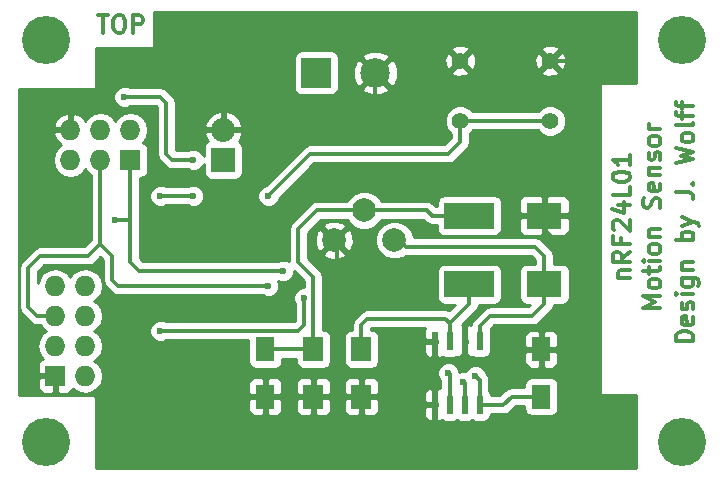
<source format=gtl>
G04 #@! TF.FileFunction,Copper,L1,Top,Signal*
%FSLAX46Y46*%
G04 Gerber Fmt 4.6, Leading zero omitted, Abs format (unit mm)*
G04 Created by KiCad (PCBNEW 4.0.3+e1-6302~38~ubuntu16.04.1-stable) date Mon Oct 24 21:46:35 2016*
%MOMM*%
%LPD*%
G01*
G04 APERTURE LIST*
%ADD10C,0.100000*%
%ADD11C,0.300000*%
%ADD12C,2.000000*%
%ADD13R,1.600000X2.000000*%
%ADD14R,0.600000X1.550000*%
%ADD15R,2.032000X2.032000*%
%ADD16O,2.032000X2.032000*%
%ADD17R,1.727200X1.727200*%
%ADD18O,1.727200X1.727200*%
%ADD19R,1.700000X2.000000*%
%ADD20C,1.397000*%
%ADD21R,2.500000X2.500000*%
%ADD22C,2.500000*%
%ADD23C,4.064000*%
%ADD24R,4.200000X2.200000*%
%ADD25R,3.000000X2.200000*%
%ADD26C,0.600000*%
%ADD27C,0.350000*%
%ADD28C,0.250000*%
%ADD29C,0.254000*%
G04 APERTURE END LIST*
D10*
D11*
X87443714Y-80966571D02*
X88300857Y-80966571D01*
X87872286Y-82466571D02*
X87872286Y-80966571D01*
X89086571Y-80966571D02*
X89372285Y-80966571D01*
X89515143Y-81038000D01*
X89658000Y-81180857D01*
X89729428Y-81466571D01*
X89729428Y-81966571D01*
X89658000Y-82252286D01*
X89515143Y-82395143D01*
X89372285Y-82466571D01*
X89086571Y-82466571D01*
X88943714Y-82395143D01*
X88800857Y-82252286D01*
X88729428Y-81966571D01*
X88729428Y-81466571D01*
X88800857Y-81180857D01*
X88943714Y-81038000D01*
X89086571Y-80966571D01*
X90372286Y-82466571D02*
X90372286Y-80966571D01*
X90943714Y-80966571D01*
X91086572Y-81038000D01*
X91158000Y-81109429D01*
X91229429Y-81252286D01*
X91229429Y-81466571D01*
X91158000Y-81609429D01*
X91086572Y-81680857D01*
X90943714Y-81752286D01*
X90372286Y-81752286D01*
X137838571Y-108587714D02*
X136338571Y-108587714D01*
X136338571Y-108230571D01*
X136410000Y-108016286D01*
X136552857Y-107873428D01*
X136695714Y-107802000D01*
X136981429Y-107730571D01*
X137195714Y-107730571D01*
X137481429Y-107802000D01*
X137624286Y-107873428D01*
X137767143Y-108016286D01*
X137838571Y-108230571D01*
X137838571Y-108587714D01*
X137767143Y-106516286D02*
X137838571Y-106659143D01*
X137838571Y-106944857D01*
X137767143Y-107087714D01*
X137624286Y-107159143D01*
X137052857Y-107159143D01*
X136910000Y-107087714D01*
X136838571Y-106944857D01*
X136838571Y-106659143D01*
X136910000Y-106516286D01*
X137052857Y-106444857D01*
X137195714Y-106444857D01*
X137338571Y-107159143D01*
X137767143Y-105873429D02*
X137838571Y-105730572D01*
X137838571Y-105444857D01*
X137767143Y-105302000D01*
X137624286Y-105230572D01*
X137552857Y-105230572D01*
X137410000Y-105302000D01*
X137338571Y-105444857D01*
X137338571Y-105659143D01*
X137267143Y-105802000D01*
X137124286Y-105873429D01*
X137052857Y-105873429D01*
X136910000Y-105802000D01*
X136838571Y-105659143D01*
X136838571Y-105444857D01*
X136910000Y-105302000D01*
X137838571Y-104587714D02*
X136838571Y-104587714D01*
X136338571Y-104587714D02*
X136410000Y-104659143D01*
X136481429Y-104587714D01*
X136410000Y-104516286D01*
X136338571Y-104587714D01*
X136481429Y-104587714D01*
X136838571Y-103230571D02*
X138052857Y-103230571D01*
X138195714Y-103302000D01*
X138267143Y-103373428D01*
X138338571Y-103516285D01*
X138338571Y-103730571D01*
X138267143Y-103873428D01*
X137767143Y-103230571D02*
X137838571Y-103373428D01*
X137838571Y-103659142D01*
X137767143Y-103802000D01*
X137695714Y-103873428D01*
X137552857Y-103944857D01*
X137124286Y-103944857D01*
X136981429Y-103873428D01*
X136910000Y-103802000D01*
X136838571Y-103659142D01*
X136838571Y-103373428D01*
X136910000Y-103230571D01*
X136838571Y-102516285D02*
X137838571Y-102516285D01*
X136981429Y-102516285D02*
X136910000Y-102444857D01*
X136838571Y-102301999D01*
X136838571Y-102087714D01*
X136910000Y-101944857D01*
X137052857Y-101873428D01*
X137838571Y-101873428D01*
X137838571Y-100016285D02*
X136338571Y-100016285D01*
X136910000Y-100016285D02*
X136838571Y-99873428D01*
X136838571Y-99587714D01*
X136910000Y-99444857D01*
X136981429Y-99373428D01*
X137124286Y-99301999D01*
X137552857Y-99301999D01*
X137695714Y-99373428D01*
X137767143Y-99444857D01*
X137838571Y-99587714D01*
X137838571Y-99873428D01*
X137767143Y-100016285D01*
X136838571Y-98801999D02*
X137838571Y-98444856D01*
X136838571Y-98087714D02*
X137838571Y-98444856D01*
X138195714Y-98587714D01*
X138267143Y-98659142D01*
X138338571Y-98801999D01*
X136338571Y-95944857D02*
X137410000Y-95944857D01*
X137624286Y-96016285D01*
X137767143Y-96159142D01*
X137838571Y-96373428D01*
X137838571Y-96516285D01*
X137695714Y-95230571D02*
X137767143Y-95159143D01*
X137838571Y-95230571D01*
X137767143Y-95302000D01*
X137695714Y-95230571D01*
X137838571Y-95230571D01*
X136338571Y-93516285D02*
X137838571Y-93159142D01*
X136767143Y-92873428D01*
X137838571Y-92587714D01*
X136338571Y-92230571D01*
X137838571Y-91444856D02*
X137767143Y-91587714D01*
X137695714Y-91659142D01*
X137552857Y-91730571D01*
X137124286Y-91730571D01*
X136981429Y-91659142D01*
X136910000Y-91587714D01*
X136838571Y-91444856D01*
X136838571Y-91230571D01*
X136910000Y-91087714D01*
X136981429Y-91016285D01*
X137124286Y-90944856D01*
X137552857Y-90944856D01*
X137695714Y-91016285D01*
X137767143Y-91087714D01*
X137838571Y-91230571D01*
X137838571Y-91444856D01*
X137838571Y-90087713D02*
X137767143Y-90230571D01*
X137624286Y-90301999D01*
X136338571Y-90301999D01*
X136838571Y-89730571D02*
X136838571Y-89159142D01*
X137838571Y-89516285D02*
X136552857Y-89516285D01*
X136410000Y-89444857D01*
X136338571Y-89301999D01*
X136338571Y-89159142D01*
X136838571Y-88873428D02*
X136838571Y-88301999D01*
X137838571Y-88659142D02*
X136552857Y-88659142D01*
X136410000Y-88587714D01*
X136338571Y-88444856D01*
X136338571Y-88301999D01*
X131499571Y-103222570D02*
X132499571Y-103222570D01*
X131642429Y-103222570D02*
X131571000Y-103151142D01*
X131499571Y-103008284D01*
X131499571Y-102793999D01*
X131571000Y-102651142D01*
X131713857Y-102579713D01*
X132499571Y-102579713D01*
X132499571Y-101008284D02*
X131785286Y-101508284D01*
X132499571Y-101865427D02*
X130999571Y-101865427D01*
X130999571Y-101293999D01*
X131071000Y-101151141D01*
X131142429Y-101079713D01*
X131285286Y-101008284D01*
X131499571Y-101008284D01*
X131642429Y-101079713D01*
X131713857Y-101151141D01*
X131785286Y-101293999D01*
X131785286Y-101865427D01*
X131713857Y-99865427D02*
X131713857Y-100365427D01*
X132499571Y-100365427D02*
X130999571Y-100365427D01*
X130999571Y-99651141D01*
X131142429Y-99151142D02*
X131071000Y-99079713D01*
X130999571Y-98936856D01*
X130999571Y-98579713D01*
X131071000Y-98436856D01*
X131142429Y-98365427D01*
X131285286Y-98293999D01*
X131428143Y-98293999D01*
X131642429Y-98365427D01*
X132499571Y-99222570D01*
X132499571Y-98293999D01*
X131499571Y-97008285D02*
X132499571Y-97008285D01*
X130928143Y-97365428D02*
X131999571Y-97722571D01*
X131999571Y-96793999D01*
X132499571Y-95508285D02*
X132499571Y-96222571D01*
X130999571Y-96222571D01*
X130999571Y-94722571D02*
X130999571Y-94579714D01*
X131071000Y-94436857D01*
X131142429Y-94365428D01*
X131285286Y-94293999D01*
X131571000Y-94222571D01*
X131928143Y-94222571D01*
X132213857Y-94293999D01*
X132356714Y-94365428D01*
X132428143Y-94436857D01*
X132499571Y-94579714D01*
X132499571Y-94722571D01*
X132428143Y-94865428D01*
X132356714Y-94936857D01*
X132213857Y-95008285D01*
X131928143Y-95079714D01*
X131571000Y-95079714D01*
X131285286Y-95008285D01*
X131142429Y-94936857D01*
X131071000Y-94865428D01*
X130999571Y-94722571D01*
X132499571Y-92794000D02*
X132499571Y-93651143D01*
X132499571Y-93222571D02*
X130999571Y-93222571D01*
X131213857Y-93365428D01*
X131356714Y-93508286D01*
X131428143Y-93651143D01*
X135049571Y-105722571D02*
X133549571Y-105722571D01*
X134621000Y-105222571D01*
X133549571Y-104722571D01*
X135049571Y-104722571D01*
X135049571Y-103793999D02*
X134978143Y-103936857D01*
X134906714Y-104008285D01*
X134763857Y-104079714D01*
X134335286Y-104079714D01*
X134192429Y-104008285D01*
X134121000Y-103936857D01*
X134049571Y-103793999D01*
X134049571Y-103579714D01*
X134121000Y-103436857D01*
X134192429Y-103365428D01*
X134335286Y-103293999D01*
X134763857Y-103293999D01*
X134906714Y-103365428D01*
X134978143Y-103436857D01*
X135049571Y-103579714D01*
X135049571Y-103793999D01*
X134049571Y-102865428D02*
X134049571Y-102293999D01*
X133549571Y-102651142D02*
X134835286Y-102651142D01*
X134978143Y-102579714D01*
X135049571Y-102436856D01*
X135049571Y-102293999D01*
X135049571Y-101793999D02*
X134049571Y-101793999D01*
X133549571Y-101793999D02*
X133621000Y-101865428D01*
X133692429Y-101793999D01*
X133621000Y-101722571D01*
X133549571Y-101793999D01*
X133692429Y-101793999D01*
X135049571Y-100865427D02*
X134978143Y-101008285D01*
X134906714Y-101079713D01*
X134763857Y-101151142D01*
X134335286Y-101151142D01*
X134192429Y-101079713D01*
X134121000Y-101008285D01*
X134049571Y-100865427D01*
X134049571Y-100651142D01*
X134121000Y-100508285D01*
X134192429Y-100436856D01*
X134335286Y-100365427D01*
X134763857Y-100365427D01*
X134906714Y-100436856D01*
X134978143Y-100508285D01*
X135049571Y-100651142D01*
X135049571Y-100865427D01*
X134049571Y-99722570D02*
X135049571Y-99722570D01*
X134192429Y-99722570D02*
X134121000Y-99651142D01*
X134049571Y-99508284D01*
X134049571Y-99293999D01*
X134121000Y-99151142D01*
X134263857Y-99079713D01*
X135049571Y-99079713D01*
X134978143Y-97293999D02*
X135049571Y-97079713D01*
X135049571Y-96722570D01*
X134978143Y-96579713D01*
X134906714Y-96508284D01*
X134763857Y-96436856D01*
X134621000Y-96436856D01*
X134478143Y-96508284D01*
X134406714Y-96579713D01*
X134335286Y-96722570D01*
X134263857Y-97008284D01*
X134192429Y-97151142D01*
X134121000Y-97222570D01*
X133978143Y-97293999D01*
X133835286Y-97293999D01*
X133692429Y-97222570D01*
X133621000Y-97151142D01*
X133549571Y-97008284D01*
X133549571Y-96651142D01*
X133621000Y-96436856D01*
X134978143Y-95222571D02*
X135049571Y-95365428D01*
X135049571Y-95651142D01*
X134978143Y-95793999D01*
X134835286Y-95865428D01*
X134263857Y-95865428D01*
X134121000Y-95793999D01*
X134049571Y-95651142D01*
X134049571Y-95365428D01*
X134121000Y-95222571D01*
X134263857Y-95151142D01*
X134406714Y-95151142D01*
X134549571Y-95865428D01*
X134049571Y-94508285D02*
X135049571Y-94508285D01*
X134192429Y-94508285D02*
X134121000Y-94436857D01*
X134049571Y-94293999D01*
X134049571Y-94079714D01*
X134121000Y-93936857D01*
X134263857Y-93865428D01*
X135049571Y-93865428D01*
X134978143Y-93222571D02*
X135049571Y-93079714D01*
X135049571Y-92793999D01*
X134978143Y-92651142D01*
X134835286Y-92579714D01*
X134763857Y-92579714D01*
X134621000Y-92651142D01*
X134549571Y-92793999D01*
X134549571Y-93008285D01*
X134478143Y-93151142D01*
X134335286Y-93222571D01*
X134263857Y-93222571D01*
X134121000Y-93151142D01*
X134049571Y-93008285D01*
X134049571Y-92793999D01*
X134121000Y-92651142D01*
X135049571Y-91722570D02*
X134978143Y-91865428D01*
X134906714Y-91936856D01*
X134763857Y-92008285D01*
X134335286Y-92008285D01*
X134192429Y-91936856D01*
X134121000Y-91865428D01*
X134049571Y-91722570D01*
X134049571Y-91508285D01*
X134121000Y-91365428D01*
X134192429Y-91293999D01*
X134335286Y-91222570D01*
X134763857Y-91222570D01*
X134906714Y-91293999D01*
X134978143Y-91365428D01*
X135049571Y-91508285D01*
X135049571Y-91722570D01*
X135049571Y-90579713D02*
X134049571Y-90579713D01*
X134335286Y-90579713D02*
X134192429Y-90508285D01*
X134121000Y-90436856D01*
X134049571Y-90293999D01*
X134049571Y-90151142D01*
D12*
X107432000Y-100012500D03*
X109982000Y-97487500D03*
X112532000Y-100012500D03*
D13*
X124968000Y-113252000D03*
X124968000Y-109252000D03*
X101600000Y-109252000D03*
X101600000Y-113252000D03*
D14*
X115951000Y-113952000D03*
X117221000Y-113952000D03*
X118491000Y-113952000D03*
X119761000Y-113952000D03*
X119761000Y-108552000D03*
X118491000Y-108552000D03*
X117221000Y-108552000D03*
X115951000Y-108552000D03*
D15*
X98044000Y-93218000D03*
D16*
X98044000Y-90678000D03*
D17*
X83820000Y-111506000D03*
D18*
X86360000Y-111506000D03*
X83820000Y-108966000D03*
X86360000Y-108966000D03*
X83820000Y-106426000D03*
X86360000Y-106426000D03*
X83820000Y-103886000D03*
X86360000Y-103886000D03*
D17*
X90170000Y-93218000D03*
D18*
X90170000Y-90678000D03*
X87630000Y-93218000D03*
X87630000Y-90678000D03*
X85090000Y-93218000D03*
X85090000Y-90678000D03*
D19*
X109728000Y-113252000D03*
X109728000Y-109252000D03*
X105664000Y-113252000D03*
X105664000Y-109252000D03*
D20*
X125730000Y-89916000D03*
X125730000Y-84836000D03*
X118110000Y-89916000D03*
X118110000Y-84836000D03*
D21*
X105918000Y-85852000D03*
D22*
X110918000Y-85852000D03*
D23*
X83058000Y-83058000D03*
X83058000Y-117094000D03*
X136906000Y-83058000D03*
X136906000Y-117094000D03*
D24*
X118872000Y-97938000D03*
X118872000Y-103738000D03*
D25*
X125222000Y-103738000D03*
X125222000Y-97938000D03*
D26*
X92710000Y-107696000D03*
X104902000Y-104902000D03*
X119380000Y-111506000D03*
X93726000Y-97790000D03*
X113030000Y-107950000D03*
X99314000Y-111506000D03*
X95504000Y-96266000D03*
X92710000Y-96266000D03*
X101854000Y-96266000D03*
X95504000Y-93218000D03*
X89662000Y-87884000D03*
X103124000Y-102616000D03*
X88900000Y-98298000D03*
X101854000Y-103886000D03*
X117094000Y-111252000D03*
X118364000Y-112014000D03*
D27*
X92710000Y-107696000D02*
X104394000Y-107696000D01*
X104394000Y-107696000D02*
X104902000Y-107188000D01*
X104902000Y-107188000D02*
X104902000Y-104902000D01*
X119761000Y-113952000D02*
X119761000Y-111887000D01*
X119761000Y-111887000D02*
X119380000Y-111506000D01*
X119761000Y-113952000D02*
X121760000Y-113952000D01*
X121760000Y-113952000D02*
X122460000Y-113252000D01*
X122460000Y-113252000D02*
X124968000Y-113252000D01*
X85090000Y-90678000D02*
X85090000Y-89662000D01*
X85090000Y-89662000D02*
X85598000Y-89154000D01*
X85598000Y-89154000D02*
X87376000Y-89154000D01*
X87376000Y-89154000D02*
X88138000Y-88392000D01*
X88138000Y-88392000D02*
X88138000Y-87630000D01*
X88138000Y-87630000D02*
X88900000Y-86868000D01*
X88900000Y-86868000D02*
X94488000Y-86868000D01*
X94488000Y-86868000D02*
X94996000Y-87376000D01*
X94996000Y-87376000D02*
X94996000Y-89916000D01*
X94996000Y-89916000D02*
X95758000Y-90678000D01*
X95758000Y-90678000D02*
X98044000Y-90678000D01*
X125222000Y-97938000D02*
X125222000Y-99060000D01*
X125222000Y-99060000D02*
X128016000Y-101854000D01*
X128016000Y-101854000D02*
X128016000Y-108458000D01*
X128016000Y-108458000D02*
X127222000Y-109252000D01*
X127222000Y-109252000D02*
X124968000Y-109252000D01*
X110918000Y-85852000D02*
X110918000Y-87964000D01*
X110918000Y-87964000D02*
X108204000Y-90678000D01*
X108204000Y-90678000D02*
X98044000Y-90678000D01*
X101600000Y-113252000D02*
X100044000Y-113252000D01*
X100044000Y-113252000D02*
X99314000Y-112522000D01*
X99314000Y-112522000D02*
X99314000Y-111506000D01*
X125730000Y-84836000D02*
X127254000Y-84836000D01*
X127254000Y-84836000D02*
X128016000Y-85598000D01*
X128016000Y-85598000D02*
X128016000Y-92964000D01*
X128016000Y-92964000D02*
X125222000Y-95758000D01*
X125222000Y-95758000D02*
X125222000Y-97938000D01*
X105664000Y-113252000D02*
X101600000Y-113252000D01*
D28*
X107432000Y-100012500D02*
X107696000Y-100276500D01*
D27*
X107696000Y-100276500D02*
X107696000Y-113252000D01*
X118491000Y-108552000D02*
X118491000Y-109601000D01*
X118491000Y-109601000D02*
X119126000Y-110236000D01*
X123666000Y-109252000D02*
X124968000Y-109252000D01*
X122682000Y-110236000D02*
X123666000Y-109252000D01*
X119126000Y-110236000D02*
X122682000Y-110236000D01*
X115951000Y-108552000D02*
X115951000Y-110109000D01*
X115951000Y-110109000D02*
X116078000Y-110236000D01*
X115951000Y-113952000D02*
X115951000Y-110363000D01*
X115951000Y-110363000D02*
X116078000Y-110236000D01*
X117856000Y-110236000D02*
X118491000Y-109601000D01*
X116078000Y-110236000D02*
X117856000Y-110236000D01*
X109728000Y-113252000D02*
X112236000Y-113252000D01*
X112236000Y-113252000D02*
X112936000Y-113952000D01*
X112936000Y-113952000D02*
X115951000Y-113952000D01*
D28*
X105664000Y-113252000D02*
X107696000Y-113252000D01*
D27*
X107696000Y-113252000D02*
X109728000Y-113252000D01*
X105664000Y-109252000D02*
X105664000Y-103124000D01*
X105664000Y-103124000D02*
X104394000Y-101854000D01*
X104394000Y-101854000D02*
X104394000Y-99060000D01*
X104394000Y-99060000D02*
X105966500Y-97487500D01*
X105966500Y-97487500D02*
X109982000Y-97487500D01*
X101600000Y-109252000D02*
X105664000Y-109252000D01*
X118872000Y-97938000D02*
X115718000Y-97938000D01*
X115267500Y-97487500D02*
X109982000Y-97487500D01*
X115718000Y-97938000D02*
X115267500Y-97487500D01*
X117221000Y-108552000D02*
X117221000Y-107061000D01*
X117221000Y-107061000D02*
X118872000Y-105410000D01*
X118872000Y-105410000D02*
X118872000Y-103738000D01*
X109728000Y-107188000D02*
X109728000Y-109252000D01*
X117221000Y-107061000D02*
X116840000Y-106680000D01*
X116840000Y-106680000D02*
X110236000Y-106680000D01*
X110236000Y-106680000D02*
X109728000Y-107188000D01*
D28*
X112532000Y-100012500D02*
X112966500Y-100012500D01*
D27*
X112966500Y-100012500D02*
X113538000Y-100584000D01*
X125222000Y-101346000D02*
X125222000Y-103738000D01*
X124460000Y-100584000D02*
X125222000Y-101346000D01*
X124206000Y-100584000D02*
X124460000Y-100584000D01*
X123698000Y-100584000D02*
X124206000Y-100584000D01*
X121666000Y-100584000D02*
X123698000Y-100584000D01*
X113538000Y-100584000D02*
X121666000Y-100584000D01*
X125222000Y-103738000D02*
X125222000Y-105410000D01*
X125222000Y-105410000D02*
X124206000Y-106426000D01*
X121412000Y-106426000D02*
X120650000Y-106426000D01*
X124206000Y-106426000D02*
X121412000Y-106426000D01*
X120650000Y-106426000D02*
X119761000Y-107315000D01*
X119761000Y-107315000D02*
X119761000Y-108552000D01*
X95504000Y-96266000D02*
X92710000Y-96266000D01*
X101854000Y-96266000D02*
X105410000Y-92710000D01*
X105410000Y-92710000D02*
X114554000Y-92710000D01*
X114554000Y-92710000D02*
X117094000Y-92710000D01*
X117094000Y-92710000D02*
X118110000Y-91694000D01*
X118110000Y-91694000D02*
X118110000Y-89916000D01*
X118110000Y-89916000D02*
X125730000Y-89916000D01*
X95504000Y-93218000D02*
X93726000Y-93218000D01*
X93726000Y-93218000D02*
X93218000Y-92710000D01*
X93218000Y-92710000D02*
X93218000Y-88392000D01*
X93218000Y-88392000D02*
X92710000Y-87884000D01*
X92710000Y-87884000D02*
X89662000Y-87884000D01*
X103124000Y-102616000D02*
X91694000Y-102616000D01*
X91694000Y-102616000D02*
X90932000Y-102616000D01*
X90932000Y-102616000D02*
X90170000Y-101854000D01*
X90170000Y-101854000D02*
X90170000Y-98298000D01*
X90170000Y-93218000D02*
X90170000Y-98298000D01*
X90170000Y-98298000D02*
X88900000Y-98298000D01*
X101854000Y-103886000D02*
X89154000Y-103886000D01*
X89154000Y-103886000D02*
X88646000Y-103378000D01*
X88646000Y-103378000D02*
X88646000Y-101346000D01*
X88646000Y-101346000D02*
X87630000Y-100330000D01*
X87630000Y-93218000D02*
X87630000Y-100330000D01*
X82296000Y-106426000D02*
X83820000Y-106426000D01*
X87630000Y-100330000D02*
X86614000Y-101346000D01*
X86614000Y-101346000D02*
X82550000Y-101346000D01*
X82550000Y-101346000D02*
X81534000Y-102362000D01*
X81534000Y-102362000D02*
X81534000Y-105664000D01*
X81534000Y-105664000D02*
X82296000Y-106426000D01*
X117221000Y-113952000D02*
X117221000Y-111379000D01*
X117221000Y-111379000D02*
X117094000Y-111252000D01*
X118364000Y-112014000D02*
X118491000Y-112141000D01*
X118491000Y-112141000D02*
X118491000Y-113952000D01*
D28*
X118364000Y-114079000D02*
X118491000Y-113952000D01*
D29*
G36*
X132969000Y-86741000D02*
X130048000Y-86741000D01*
X129998590Y-86751006D01*
X129956965Y-86779447D01*
X129929685Y-86821841D01*
X129921000Y-86868000D01*
X129921000Y-113030000D01*
X129931006Y-113079410D01*
X129959447Y-113121035D01*
X130001841Y-113148315D01*
X130048000Y-113157000D01*
X132969000Y-113157000D01*
X132969000Y-119305000D01*
X87249000Y-119305000D01*
X87249000Y-113537750D01*
X100165000Y-113537750D01*
X100165000Y-114378309D01*
X100261673Y-114611698D01*
X100440301Y-114790327D01*
X100673690Y-114887000D01*
X101314250Y-114887000D01*
X101473000Y-114728250D01*
X101473000Y-113379000D01*
X101727000Y-113379000D01*
X101727000Y-114728250D01*
X101885750Y-114887000D01*
X102526310Y-114887000D01*
X102759699Y-114790327D01*
X102938327Y-114611698D01*
X103035000Y-114378309D01*
X103035000Y-113537750D01*
X104179000Y-113537750D01*
X104179000Y-114378309D01*
X104275673Y-114611698D01*
X104454301Y-114790327D01*
X104687690Y-114887000D01*
X105378250Y-114887000D01*
X105537000Y-114728250D01*
X105537000Y-113379000D01*
X105791000Y-113379000D01*
X105791000Y-114728250D01*
X105949750Y-114887000D01*
X106640310Y-114887000D01*
X106873699Y-114790327D01*
X107052327Y-114611698D01*
X107149000Y-114378309D01*
X107149000Y-113537750D01*
X108243000Y-113537750D01*
X108243000Y-114378309D01*
X108339673Y-114611698D01*
X108518301Y-114790327D01*
X108751690Y-114887000D01*
X109442250Y-114887000D01*
X109601000Y-114728250D01*
X109601000Y-113379000D01*
X109855000Y-113379000D01*
X109855000Y-114728250D01*
X110013750Y-114887000D01*
X110704310Y-114887000D01*
X110937699Y-114790327D01*
X111116327Y-114611698D01*
X111213000Y-114378309D01*
X111213000Y-114237750D01*
X115016000Y-114237750D01*
X115016000Y-114853309D01*
X115112673Y-115086698D01*
X115291301Y-115265327D01*
X115524690Y-115362000D01*
X115665250Y-115362000D01*
X115824000Y-115203250D01*
X115824000Y-114079000D01*
X115174750Y-114079000D01*
X115016000Y-114237750D01*
X111213000Y-114237750D01*
X111213000Y-113537750D01*
X111054250Y-113379000D01*
X109855000Y-113379000D01*
X109601000Y-113379000D01*
X108401750Y-113379000D01*
X108243000Y-113537750D01*
X107149000Y-113537750D01*
X106990250Y-113379000D01*
X105791000Y-113379000D01*
X105537000Y-113379000D01*
X104337750Y-113379000D01*
X104179000Y-113537750D01*
X103035000Y-113537750D01*
X102876250Y-113379000D01*
X101727000Y-113379000D01*
X101473000Y-113379000D01*
X100323750Y-113379000D01*
X100165000Y-113537750D01*
X87249000Y-113537750D01*
X87249000Y-113284000D01*
X87238994Y-113234590D01*
X87210553Y-113192965D01*
X87168159Y-113165685D01*
X87122000Y-113157000D01*
X80720000Y-113157000D01*
X80720000Y-111791750D01*
X82321400Y-111791750D01*
X82321400Y-112495910D01*
X82418073Y-112729299D01*
X82596702Y-112907927D01*
X82830091Y-113004600D01*
X83534250Y-113004600D01*
X83693000Y-112845850D01*
X83693000Y-111633000D01*
X82480150Y-111633000D01*
X82321400Y-111791750D01*
X80720000Y-111791750D01*
X80720000Y-102362000D01*
X80724000Y-102362000D01*
X80724000Y-105664000D01*
X80785658Y-105973974D01*
X80880575Y-106116027D01*
X80961244Y-106236756D01*
X81723244Y-106998757D01*
X81986027Y-107174343D01*
X82123897Y-107201766D01*
X82296000Y-107236000D01*
X82564147Y-107236000D01*
X82730971Y-107485670D01*
X83045752Y-107696000D01*
X82730971Y-107906330D01*
X82406115Y-108392511D01*
X82292041Y-108966000D01*
X82406115Y-109539489D01*
X82730971Y-110025670D01*
X82752023Y-110039737D01*
X82596702Y-110104073D01*
X82418073Y-110282701D01*
X82321400Y-110516090D01*
X82321400Y-111220250D01*
X82480150Y-111379000D01*
X83693000Y-111379000D01*
X83693000Y-111359000D01*
X83947000Y-111359000D01*
X83947000Y-111379000D01*
X83967000Y-111379000D01*
X83967000Y-111633000D01*
X83947000Y-111633000D01*
X83947000Y-112845850D01*
X84105750Y-113004600D01*
X84809909Y-113004600D01*
X85043298Y-112907927D01*
X85221927Y-112729299D01*
X85285644Y-112575474D01*
X85757152Y-112890526D01*
X86330641Y-113004600D01*
X86389359Y-113004600D01*
X86962848Y-112890526D01*
X87449029Y-112565670D01*
X87743013Y-112125691D01*
X100165000Y-112125691D01*
X100165000Y-112966250D01*
X100323750Y-113125000D01*
X101473000Y-113125000D01*
X101473000Y-111775750D01*
X101727000Y-111775750D01*
X101727000Y-113125000D01*
X102876250Y-113125000D01*
X103035000Y-112966250D01*
X103035000Y-112125691D01*
X104179000Y-112125691D01*
X104179000Y-112966250D01*
X104337750Y-113125000D01*
X105537000Y-113125000D01*
X105537000Y-111775750D01*
X105791000Y-111775750D01*
X105791000Y-113125000D01*
X106990250Y-113125000D01*
X107149000Y-112966250D01*
X107149000Y-112125691D01*
X108243000Y-112125691D01*
X108243000Y-112966250D01*
X108401750Y-113125000D01*
X109601000Y-113125000D01*
X109601000Y-111775750D01*
X109855000Y-111775750D01*
X109855000Y-113125000D01*
X111054250Y-113125000D01*
X111128559Y-113050691D01*
X115016000Y-113050691D01*
X115016000Y-113666250D01*
X115174750Y-113825000D01*
X115824000Y-113825000D01*
X115824000Y-112700750D01*
X116078000Y-112700750D01*
X116078000Y-113825000D01*
X116098000Y-113825000D01*
X116098000Y-114079000D01*
X116078000Y-114079000D01*
X116078000Y-115203250D01*
X116236750Y-115362000D01*
X116377310Y-115362000D01*
X116594122Y-115272194D01*
X116669110Y-115323431D01*
X116921000Y-115374440D01*
X117521000Y-115374440D01*
X117756317Y-115330162D01*
X117855528Y-115266322D01*
X117939110Y-115323431D01*
X118191000Y-115374440D01*
X118791000Y-115374440D01*
X119026317Y-115330162D01*
X119125528Y-115266322D01*
X119209110Y-115323431D01*
X119461000Y-115374440D01*
X120061000Y-115374440D01*
X120296317Y-115330162D01*
X120512441Y-115191090D01*
X120657431Y-114978890D01*
X120701352Y-114762000D01*
X121760000Y-114762000D01*
X122069974Y-114700342D01*
X122332756Y-114524756D01*
X122795513Y-114062000D01*
X123520560Y-114062000D01*
X123520560Y-114252000D01*
X123564838Y-114487317D01*
X123703910Y-114703441D01*
X123916110Y-114848431D01*
X124168000Y-114899440D01*
X125768000Y-114899440D01*
X126003317Y-114855162D01*
X126219441Y-114716090D01*
X126364431Y-114503890D01*
X126415440Y-114252000D01*
X126415440Y-112252000D01*
X126371162Y-112016683D01*
X126232090Y-111800559D01*
X126019890Y-111655569D01*
X125768000Y-111604560D01*
X124168000Y-111604560D01*
X123932683Y-111648838D01*
X123716559Y-111787910D01*
X123571569Y-112000110D01*
X123520560Y-112252000D01*
X123520560Y-112442000D01*
X122460000Y-112442000D01*
X122150026Y-112503658D01*
X122089161Y-112544327D01*
X121887243Y-112679244D01*
X121424488Y-113142000D01*
X120701854Y-113142000D01*
X120664162Y-112941683D01*
X120571000Y-112796905D01*
X120571000Y-111887000D01*
X120509342Y-111577026D01*
X120377025Y-111379000D01*
X120333756Y-111314243D01*
X120297429Y-111277916D01*
X120173117Y-110977057D01*
X119910327Y-110713808D01*
X119566799Y-110571162D01*
X119194833Y-110570838D01*
X118851057Y-110712883D01*
X118587808Y-110975673D01*
X118544838Y-111079157D01*
X118178833Y-111078838D01*
X118029098Y-111140707D01*
X118029162Y-111066833D01*
X117887117Y-110723057D01*
X117624327Y-110459808D01*
X117280799Y-110317162D01*
X116908833Y-110316838D01*
X116565057Y-110458883D01*
X116301808Y-110721673D01*
X116159162Y-111065201D01*
X116158838Y-111437167D01*
X116300883Y-111780943D01*
X116411000Y-111891252D01*
X116411000Y-112555955D01*
X116377310Y-112542000D01*
X116236750Y-112542000D01*
X116078000Y-112700750D01*
X115824000Y-112700750D01*
X115665250Y-112542000D01*
X115524690Y-112542000D01*
X115291301Y-112638673D01*
X115112673Y-112817302D01*
X115016000Y-113050691D01*
X111128559Y-113050691D01*
X111213000Y-112966250D01*
X111213000Y-112125691D01*
X111116327Y-111892302D01*
X110937699Y-111713673D01*
X110704310Y-111617000D01*
X110013750Y-111617000D01*
X109855000Y-111775750D01*
X109601000Y-111775750D01*
X109442250Y-111617000D01*
X108751690Y-111617000D01*
X108518301Y-111713673D01*
X108339673Y-111892302D01*
X108243000Y-112125691D01*
X107149000Y-112125691D01*
X107052327Y-111892302D01*
X106873699Y-111713673D01*
X106640310Y-111617000D01*
X105949750Y-111617000D01*
X105791000Y-111775750D01*
X105537000Y-111775750D01*
X105378250Y-111617000D01*
X104687690Y-111617000D01*
X104454301Y-111713673D01*
X104275673Y-111892302D01*
X104179000Y-112125691D01*
X103035000Y-112125691D01*
X102938327Y-111892302D01*
X102759699Y-111713673D01*
X102526310Y-111617000D01*
X101885750Y-111617000D01*
X101727000Y-111775750D01*
X101473000Y-111775750D01*
X101314250Y-111617000D01*
X100673690Y-111617000D01*
X100440301Y-111713673D01*
X100261673Y-111892302D01*
X100165000Y-112125691D01*
X87743013Y-112125691D01*
X87773885Y-112079489D01*
X87887959Y-111506000D01*
X87773885Y-110932511D01*
X87449029Y-110446330D01*
X87134248Y-110236000D01*
X87449029Y-110025670D01*
X87773885Y-109539489D01*
X87887959Y-108966000D01*
X87773885Y-108392511D01*
X87449029Y-107906330D01*
X87134248Y-107696000D01*
X87449029Y-107485670D01*
X87773885Y-106999489D01*
X87887959Y-106426000D01*
X87773885Y-105852511D01*
X87449029Y-105366330D01*
X87134248Y-105156000D01*
X87449029Y-104945670D01*
X87773885Y-104459489D01*
X87887959Y-103886000D01*
X87773885Y-103312511D01*
X87449029Y-102826330D01*
X86962848Y-102501474D01*
X86389359Y-102387400D01*
X86330641Y-102387400D01*
X85757152Y-102501474D01*
X85270971Y-102826330D01*
X85090000Y-103097172D01*
X84909029Y-102826330D01*
X84422848Y-102501474D01*
X83849359Y-102387400D01*
X83790641Y-102387400D01*
X83217152Y-102501474D01*
X82730971Y-102826330D01*
X82406115Y-103312511D01*
X82344000Y-103624784D01*
X82344000Y-102697512D01*
X82885513Y-102156000D01*
X86614000Y-102156000D01*
X86923974Y-102094342D01*
X87186756Y-101918756D01*
X87630000Y-101475512D01*
X87836000Y-101681513D01*
X87836000Y-103378000D01*
X87897658Y-103687974D01*
X88020849Y-103872342D01*
X88073244Y-103950756D01*
X88581243Y-104458756D01*
X88622529Y-104486342D01*
X88844026Y-104634342D01*
X89154000Y-104696000D01*
X101366559Y-104696000D01*
X101667201Y-104820838D01*
X102039167Y-104821162D01*
X102382943Y-104679117D01*
X102646192Y-104416327D01*
X102788838Y-104072799D01*
X102789162Y-103700833D01*
X102683690Y-103445570D01*
X102937201Y-103550838D01*
X103309167Y-103551162D01*
X103652943Y-103409117D01*
X103916192Y-103146327D01*
X104058838Y-102802799D01*
X104058958Y-102664471D01*
X104854000Y-103459513D01*
X104854000Y-103966957D01*
X104716833Y-103966838D01*
X104373057Y-104108883D01*
X104109808Y-104371673D01*
X103967162Y-104715201D01*
X103966838Y-105087167D01*
X104092000Y-105390083D01*
X104092000Y-106852487D01*
X104058488Y-106886000D01*
X93197441Y-106886000D01*
X92896799Y-106761162D01*
X92524833Y-106760838D01*
X92181057Y-106902883D01*
X91917808Y-107165673D01*
X91775162Y-107509201D01*
X91774838Y-107881167D01*
X91916883Y-108224943D01*
X92179673Y-108488192D01*
X92523201Y-108630838D01*
X92895167Y-108631162D01*
X93198083Y-108506000D01*
X100152560Y-108506000D01*
X100152560Y-110252000D01*
X100196838Y-110487317D01*
X100335910Y-110703441D01*
X100548110Y-110848431D01*
X100800000Y-110899440D01*
X102400000Y-110899440D01*
X102635317Y-110855162D01*
X102851441Y-110716090D01*
X102996431Y-110503890D01*
X103047440Y-110252000D01*
X103047440Y-110062000D01*
X104166560Y-110062000D01*
X104166560Y-110252000D01*
X104210838Y-110487317D01*
X104349910Y-110703441D01*
X104562110Y-110848431D01*
X104814000Y-110899440D01*
X106514000Y-110899440D01*
X106749317Y-110855162D01*
X106965441Y-110716090D01*
X107110431Y-110503890D01*
X107161440Y-110252000D01*
X107161440Y-108252000D01*
X108230560Y-108252000D01*
X108230560Y-110252000D01*
X108274838Y-110487317D01*
X108413910Y-110703441D01*
X108626110Y-110848431D01*
X108878000Y-110899440D01*
X110578000Y-110899440D01*
X110813317Y-110855162D01*
X111029441Y-110716090D01*
X111174431Y-110503890D01*
X111225440Y-110252000D01*
X111225440Y-108837750D01*
X115016000Y-108837750D01*
X115016000Y-109453309D01*
X115112673Y-109686698D01*
X115291301Y-109865327D01*
X115524690Y-109962000D01*
X115665250Y-109962000D01*
X115824000Y-109803250D01*
X115824000Y-108679000D01*
X115174750Y-108679000D01*
X115016000Y-108837750D01*
X111225440Y-108837750D01*
X111225440Y-108252000D01*
X111181162Y-108016683D01*
X111042090Y-107800559D01*
X110829890Y-107655569D01*
X110578000Y-107604560D01*
X110538000Y-107604560D01*
X110538000Y-107523512D01*
X110571513Y-107490000D01*
X115082560Y-107490000D01*
X115016000Y-107650691D01*
X115016000Y-108266250D01*
X115174750Y-108425000D01*
X115824000Y-108425000D01*
X115824000Y-108405000D01*
X116078000Y-108405000D01*
X116078000Y-108425000D01*
X116098000Y-108425000D01*
X116098000Y-108679000D01*
X116078000Y-108679000D01*
X116078000Y-109803250D01*
X116236750Y-109962000D01*
X116377310Y-109962000D01*
X116594122Y-109872194D01*
X116669110Y-109923431D01*
X116921000Y-109974440D01*
X117521000Y-109974440D01*
X117756317Y-109930162D01*
X117846980Y-109871822D01*
X118064690Y-109962000D01*
X118205250Y-109962000D01*
X118364000Y-109803250D01*
X118364000Y-108679000D01*
X118344000Y-108679000D01*
X118344000Y-108425000D01*
X118364000Y-108425000D01*
X118364000Y-107300750D01*
X118245381Y-107182131D01*
X119444757Y-105982756D01*
X119620343Y-105719973D01*
X119666994Y-105485440D01*
X120972000Y-105485440D01*
X121207317Y-105441162D01*
X121423441Y-105302090D01*
X121568431Y-105089890D01*
X121619440Y-104838000D01*
X121619440Y-102638000D01*
X121575162Y-102402683D01*
X121436090Y-102186559D01*
X121223890Y-102041569D01*
X120972000Y-101990560D01*
X116772000Y-101990560D01*
X116536683Y-102034838D01*
X116320559Y-102173910D01*
X116175569Y-102386110D01*
X116124560Y-102638000D01*
X116124560Y-104838000D01*
X116168838Y-105073317D01*
X116307910Y-105289441D01*
X116520110Y-105434431D01*
X116772000Y-105485440D01*
X117651047Y-105485440D01*
X117182858Y-105953630D01*
X117149974Y-105931658D01*
X116840000Y-105870000D01*
X110236000Y-105870000D01*
X109926026Y-105931658D01*
X109862696Y-105973974D01*
X109663243Y-106107244D01*
X109155244Y-106615244D01*
X108979658Y-106878026D01*
X108918000Y-107188000D01*
X108918000Y-107604560D01*
X108878000Y-107604560D01*
X108642683Y-107648838D01*
X108426559Y-107787910D01*
X108281569Y-108000110D01*
X108230560Y-108252000D01*
X107161440Y-108252000D01*
X107117162Y-108016683D01*
X106978090Y-107800559D01*
X106765890Y-107655569D01*
X106514000Y-107604560D01*
X106474000Y-107604560D01*
X106474000Y-103124000D01*
X106412342Y-102814026D01*
X106317425Y-102671973D01*
X106236756Y-102551243D01*
X105204000Y-101518488D01*
X105204000Y-101165032D01*
X106459073Y-101165032D01*
X106557736Y-101431887D01*
X107167461Y-101658408D01*
X107817460Y-101634356D01*
X108306264Y-101431887D01*
X108404927Y-101165032D01*
X107432000Y-100192105D01*
X106459073Y-101165032D01*
X105204000Y-101165032D01*
X105204000Y-99747961D01*
X105786092Y-99747961D01*
X105810144Y-100397960D01*
X106012613Y-100886764D01*
X106279468Y-100985427D01*
X107252395Y-100012500D01*
X107611605Y-100012500D01*
X108584532Y-100985427D01*
X108851387Y-100886764D01*
X109055893Y-100336295D01*
X110896716Y-100336295D01*
X111145106Y-100937443D01*
X111604637Y-101397778D01*
X112205352Y-101647216D01*
X112855795Y-101647784D01*
X113456943Y-101399394D01*
X113474917Y-101381452D01*
X113538000Y-101394000D01*
X124124488Y-101394000D01*
X124412000Y-101681513D01*
X124412000Y-101990560D01*
X123722000Y-101990560D01*
X123486683Y-102034838D01*
X123270559Y-102173910D01*
X123125569Y-102386110D01*
X123074560Y-102638000D01*
X123074560Y-104838000D01*
X123118838Y-105073317D01*
X123257910Y-105289441D01*
X123470110Y-105434431D01*
X123722000Y-105485440D01*
X124001048Y-105485440D01*
X123870488Y-105616000D01*
X120650000Y-105616000D01*
X120477897Y-105650234D01*
X120340027Y-105677657D01*
X120077244Y-105853243D01*
X119188244Y-106742244D01*
X119012658Y-107005026D01*
X118980228Y-107168062D01*
X118917310Y-107142000D01*
X118776750Y-107142000D01*
X118618000Y-107300750D01*
X118618000Y-108425000D01*
X118638000Y-108425000D01*
X118638000Y-108679000D01*
X118618000Y-108679000D01*
X118618000Y-109803250D01*
X118776750Y-109962000D01*
X118917310Y-109962000D01*
X119134122Y-109872194D01*
X119209110Y-109923431D01*
X119461000Y-109974440D01*
X120061000Y-109974440D01*
X120296317Y-109930162D01*
X120512441Y-109791090D01*
X120657431Y-109578890D01*
X120665762Y-109537750D01*
X123533000Y-109537750D01*
X123533000Y-110378309D01*
X123629673Y-110611698D01*
X123808301Y-110790327D01*
X124041690Y-110887000D01*
X124682250Y-110887000D01*
X124841000Y-110728250D01*
X124841000Y-109379000D01*
X125095000Y-109379000D01*
X125095000Y-110728250D01*
X125253750Y-110887000D01*
X125894310Y-110887000D01*
X126127699Y-110790327D01*
X126306327Y-110611698D01*
X126403000Y-110378309D01*
X126403000Y-109537750D01*
X126244250Y-109379000D01*
X125095000Y-109379000D01*
X124841000Y-109379000D01*
X123691750Y-109379000D01*
X123533000Y-109537750D01*
X120665762Y-109537750D01*
X120708440Y-109327000D01*
X120708440Y-108125691D01*
X123533000Y-108125691D01*
X123533000Y-108966250D01*
X123691750Y-109125000D01*
X124841000Y-109125000D01*
X124841000Y-107775750D01*
X125095000Y-107775750D01*
X125095000Y-109125000D01*
X126244250Y-109125000D01*
X126403000Y-108966250D01*
X126403000Y-108125691D01*
X126306327Y-107892302D01*
X126127699Y-107713673D01*
X125894310Y-107617000D01*
X125253750Y-107617000D01*
X125095000Y-107775750D01*
X124841000Y-107775750D01*
X124682250Y-107617000D01*
X124041690Y-107617000D01*
X123808301Y-107713673D01*
X123629673Y-107892302D01*
X123533000Y-108125691D01*
X120708440Y-108125691D01*
X120708440Y-107777000D01*
X120666643Y-107554869D01*
X120985513Y-107236000D01*
X124206000Y-107236000D01*
X124515974Y-107174342D01*
X124778756Y-106998756D01*
X125794757Y-105982756D01*
X125900012Y-105825229D01*
X125970342Y-105719974D01*
X126016994Y-105485440D01*
X126722000Y-105485440D01*
X126957317Y-105441162D01*
X127173441Y-105302090D01*
X127318431Y-105089890D01*
X127369440Y-104838000D01*
X127369440Y-102638000D01*
X127325162Y-102402683D01*
X127186090Y-102186559D01*
X126973890Y-102041569D01*
X126722000Y-101990560D01*
X126032000Y-101990560D01*
X126032000Y-101346000D01*
X125984193Y-101105658D01*
X125970343Y-101036027D01*
X125794757Y-100773244D01*
X125032756Y-100011244D01*
X125032755Y-100011243D01*
X124769974Y-99835658D01*
X124460000Y-99774000D01*
X114167210Y-99774000D01*
X114167284Y-99688705D01*
X113918894Y-99087557D01*
X113459363Y-98627222D01*
X112858648Y-98377784D01*
X112208205Y-98377216D01*
X111607057Y-98625606D01*
X111146722Y-99085137D01*
X110897284Y-99685852D01*
X110896716Y-100336295D01*
X109055893Y-100336295D01*
X109077908Y-100277039D01*
X109053856Y-99627040D01*
X108851387Y-99138236D01*
X108584532Y-99039573D01*
X107611605Y-100012500D01*
X107252395Y-100012500D01*
X106279468Y-99039573D01*
X106012613Y-99138236D01*
X105786092Y-99747961D01*
X105204000Y-99747961D01*
X105204000Y-99395512D01*
X105739544Y-98859968D01*
X106459073Y-98859968D01*
X107432000Y-99832895D01*
X108404927Y-98859968D01*
X108306264Y-98593113D01*
X107696539Y-98366592D01*
X107046540Y-98390644D01*
X106557736Y-98593113D01*
X106459073Y-98859968D01*
X105739544Y-98859968D01*
X106302013Y-98297500D01*
X108547612Y-98297500D01*
X108595106Y-98412443D01*
X109054637Y-98872778D01*
X109655352Y-99122216D01*
X110305795Y-99122784D01*
X110906943Y-98874394D01*
X111367278Y-98414863D01*
X111416011Y-98297500D01*
X114931987Y-98297500D01*
X115145243Y-98510756D01*
X115268499Y-98593113D01*
X115408026Y-98686342D01*
X115718000Y-98748000D01*
X116124560Y-98748000D01*
X116124560Y-99038000D01*
X116168838Y-99273317D01*
X116307910Y-99489441D01*
X116520110Y-99634431D01*
X116772000Y-99685440D01*
X120972000Y-99685440D01*
X121207317Y-99641162D01*
X121423441Y-99502090D01*
X121568431Y-99289890D01*
X121619440Y-99038000D01*
X121619440Y-98223750D01*
X123087000Y-98223750D01*
X123087000Y-99164309D01*
X123183673Y-99397698D01*
X123362301Y-99576327D01*
X123595690Y-99673000D01*
X124936250Y-99673000D01*
X125095000Y-99514250D01*
X125095000Y-98065000D01*
X125349000Y-98065000D01*
X125349000Y-99514250D01*
X125507750Y-99673000D01*
X126848310Y-99673000D01*
X127081699Y-99576327D01*
X127260327Y-99397698D01*
X127357000Y-99164309D01*
X127357000Y-98223750D01*
X127198250Y-98065000D01*
X125349000Y-98065000D01*
X125095000Y-98065000D01*
X123245750Y-98065000D01*
X123087000Y-98223750D01*
X121619440Y-98223750D01*
X121619440Y-96838000D01*
X121595674Y-96711691D01*
X123087000Y-96711691D01*
X123087000Y-97652250D01*
X123245750Y-97811000D01*
X125095000Y-97811000D01*
X125095000Y-96361750D01*
X125349000Y-96361750D01*
X125349000Y-97811000D01*
X127198250Y-97811000D01*
X127357000Y-97652250D01*
X127357000Y-96711691D01*
X127260327Y-96478302D01*
X127081699Y-96299673D01*
X126848310Y-96203000D01*
X125507750Y-96203000D01*
X125349000Y-96361750D01*
X125095000Y-96361750D01*
X124936250Y-96203000D01*
X123595690Y-96203000D01*
X123362301Y-96299673D01*
X123183673Y-96478302D01*
X123087000Y-96711691D01*
X121595674Y-96711691D01*
X121575162Y-96602683D01*
X121436090Y-96386559D01*
X121223890Y-96241569D01*
X120972000Y-96190560D01*
X116772000Y-96190560D01*
X116536683Y-96234838D01*
X116320559Y-96373910D01*
X116175569Y-96586110D01*
X116124560Y-96838000D01*
X116124560Y-97128000D01*
X116053512Y-97128000D01*
X115840256Y-96914744D01*
X115726532Y-96838756D01*
X115577474Y-96739158D01*
X115267500Y-96677500D01*
X111416388Y-96677500D01*
X111368894Y-96562557D01*
X110909363Y-96102222D01*
X110308648Y-95852784D01*
X109658205Y-95852216D01*
X109057057Y-96100606D01*
X108596722Y-96560137D01*
X108547989Y-96677500D01*
X105966500Y-96677500D01*
X105794611Y-96711691D01*
X105656527Y-96739157D01*
X105393744Y-96914743D01*
X103821244Y-98487244D01*
X103645658Y-98750026D01*
X103584000Y-99060000D01*
X103584000Y-101794606D01*
X103310799Y-101681162D01*
X102938833Y-101680838D01*
X102635917Y-101806000D01*
X91267513Y-101806000D01*
X90980000Y-101518488D01*
X90980000Y-96451167D01*
X91774838Y-96451167D01*
X91916883Y-96794943D01*
X92179673Y-97058192D01*
X92523201Y-97200838D01*
X92895167Y-97201162D01*
X93198083Y-97076000D01*
X95016559Y-97076000D01*
X95317201Y-97200838D01*
X95689167Y-97201162D01*
X96032943Y-97059117D01*
X96296192Y-96796327D01*
X96438838Y-96452799D01*
X96438839Y-96451167D01*
X100918838Y-96451167D01*
X101060883Y-96794943D01*
X101323673Y-97058192D01*
X101667201Y-97200838D01*
X102039167Y-97201162D01*
X102382943Y-97059117D01*
X102646192Y-96796327D01*
X102771884Y-96493628D01*
X105745513Y-93520000D01*
X117094000Y-93520000D01*
X117403974Y-93458342D01*
X117666756Y-93282756D01*
X118682757Y-92266756D01*
X118792502Y-92102510D01*
X118858342Y-92003974D01*
X118920000Y-91694000D01*
X118920000Y-90991623D01*
X119186086Y-90726000D01*
X124654377Y-90726000D01*
X124973647Y-91045827D01*
X125463587Y-91249268D01*
X125994086Y-91249731D01*
X126484380Y-91047146D01*
X126859827Y-90672353D01*
X127063268Y-90182413D01*
X127063731Y-89651914D01*
X126861146Y-89161620D01*
X126486353Y-88786173D01*
X125996413Y-88582732D01*
X125465914Y-88582269D01*
X124975620Y-88784854D01*
X124653914Y-89106000D01*
X119185623Y-89106000D01*
X118866353Y-88786173D01*
X118376413Y-88582732D01*
X117845914Y-88582269D01*
X117355620Y-88784854D01*
X116980173Y-89159647D01*
X116776732Y-89649587D01*
X116776269Y-90180086D01*
X116978854Y-90670380D01*
X117300000Y-90992086D01*
X117300000Y-91358487D01*
X116758488Y-91900000D01*
X105410000Y-91900000D01*
X105100026Y-91961658D01*
X105036696Y-92003974D01*
X104837243Y-92137244D01*
X101625918Y-95348570D01*
X101325057Y-95472883D01*
X101061808Y-95735673D01*
X100919162Y-96079201D01*
X100918838Y-96451167D01*
X96438839Y-96451167D01*
X96439162Y-96080833D01*
X96297117Y-95737057D01*
X96034327Y-95473808D01*
X95690799Y-95331162D01*
X95318833Y-95330838D01*
X95015917Y-95456000D01*
X93197441Y-95456000D01*
X92896799Y-95331162D01*
X92524833Y-95330838D01*
X92181057Y-95472883D01*
X91917808Y-95735673D01*
X91775162Y-96079201D01*
X91774838Y-96451167D01*
X90980000Y-96451167D01*
X90980000Y-94729040D01*
X91033600Y-94729040D01*
X91268917Y-94684762D01*
X91485041Y-94545690D01*
X91630031Y-94333490D01*
X91681040Y-94081600D01*
X91681040Y-92354400D01*
X91636762Y-92119083D01*
X91497690Y-91902959D01*
X91285490Y-91757969D01*
X91241655Y-91749092D01*
X91554526Y-91280848D01*
X91668600Y-90707359D01*
X91668600Y-90648641D01*
X91554526Y-90075152D01*
X91229670Y-89588971D01*
X90743489Y-89264115D01*
X90170000Y-89150041D01*
X89596511Y-89264115D01*
X89110330Y-89588971D01*
X88900000Y-89903752D01*
X88689670Y-89588971D01*
X88203489Y-89264115D01*
X87630000Y-89150041D01*
X87056511Y-89264115D01*
X86570330Y-89588971D01*
X86354336Y-89912228D01*
X86296821Y-89789510D01*
X85864947Y-89395312D01*
X85449026Y-89223042D01*
X85217000Y-89344183D01*
X85217000Y-90551000D01*
X85237000Y-90551000D01*
X85237000Y-90805000D01*
X85217000Y-90805000D01*
X85217000Y-90825000D01*
X84963000Y-90825000D01*
X84963000Y-90805000D01*
X83755531Y-90805000D01*
X83635032Y-91037027D01*
X83883179Y-91566490D01*
X84301161Y-91948008D01*
X84030330Y-92128971D01*
X83705474Y-92615152D01*
X83591400Y-93188641D01*
X83591400Y-93247359D01*
X83705474Y-93820848D01*
X84030330Y-94307029D01*
X84516511Y-94631885D01*
X85090000Y-94745959D01*
X85663489Y-94631885D01*
X86149670Y-94307029D01*
X86360000Y-93992248D01*
X86570330Y-94307029D01*
X86820000Y-94473853D01*
X86820000Y-99994487D01*
X86278488Y-100536000D01*
X82550000Y-100536000D01*
X82240026Y-100597658D01*
X82176696Y-100639974D01*
X81977244Y-100773243D01*
X80961244Y-101789244D01*
X80785658Y-102052026D01*
X80724000Y-102362000D01*
X80720000Y-102362000D01*
X80720000Y-90318973D01*
X83635032Y-90318973D01*
X83755531Y-90551000D01*
X84963000Y-90551000D01*
X84963000Y-89344183D01*
X84730974Y-89223042D01*
X84315053Y-89395312D01*
X83883179Y-89789510D01*
X83635032Y-90318973D01*
X80720000Y-90318973D01*
X80720000Y-88069167D01*
X88726838Y-88069167D01*
X88868883Y-88412943D01*
X89131673Y-88676192D01*
X89475201Y-88818838D01*
X89847167Y-88819162D01*
X90150083Y-88694000D01*
X92374488Y-88694000D01*
X92408000Y-88727513D01*
X92408000Y-92710000D01*
X92469658Y-93019974D01*
X92582358Y-93188641D01*
X92645244Y-93282756D01*
X93153243Y-93790756D01*
X93284635Y-93878549D01*
X93416026Y-93966342D01*
X93726000Y-94028000D01*
X95016559Y-94028000D01*
X95317201Y-94152838D01*
X95689167Y-94153162D01*
X96032943Y-94011117D01*
X96296192Y-93748327D01*
X96380560Y-93545147D01*
X96380560Y-94234000D01*
X96424838Y-94469317D01*
X96563910Y-94685441D01*
X96776110Y-94830431D01*
X97028000Y-94881440D01*
X99060000Y-94881440D01*
X99295317Y-94837162D01*
X99511441Y-94698090D01*
X99656431Y-94485890D01*
X99707440Y-94234000D01*
X99707440Y-92202000D01*
X99663162Y-91966683D01*
X99524090Y-91750559D01*
X99361052Y-91639160D01*
X99450385Y-91542818D01*
X99649975Y-91060944D01*
X99530836Y-90805000D01*
X98171000Y-90805000D01*
X98171000Y-90825000D01*
X97917000Y-90825000D01*
X97917000Y-90805000D01*
X96557164Y-90805000D01*
X96438025Y-91060944D01*
X96637615Y-91542818D01*
X96728097Y-91640398D01*
X96576559Y-91737910D01*
X96431569Y-91950110D01*
X96380560Y-92202000D01*
X96380560Y-92891005D01*
X96297117Y-92689057D01*
X96034327Y-92425808D01*
X95690799Y-92283162D01*
X95318833Y-92282838D01*
X95015917Y-92408000D01*
X94061513Y-92408000D01*
X94028000Y-92374488D01*
X94028000Y-90295056D01*
X96438025Y-90295056D01*
X96557164Y-90551000D01*
X97917000Y-90551000D01*
X97917000Y-89190633D01*
X98171000Y-89190633D01*
X98171000Y-90551000D01*
X99530836Y-90551000D01*
X99649975Y-90295056D01*
X99450385Y-89813182D01*
X99012379Y-89340812D01*
X98426946Y-89072017D01*
X98171000Y-89190633D01*
X97917000Y-89190633D01*
X97661054Y-89072017D01*
X97075621Y-89340812D01*
X96637615Y-89813182D01*
X96438025Y-90295056D01*
X94028000Y-90295056D01*
X94028000Y-88392000D01*
X93966342Y-88082026D01*
X93834025Y-87884000D01*
X93790756Y-87819243D01*
X93282756Y-87311244D01*
X93019974Y-87135658D01*
X92710000Y-87074000D01*
X90149441Y-87074000D01*
X89848799Y-86949162D01*
X89476833Y-86948838D01*
X89133057Y-87090883D01*
X88869808Y-87353673D01*
X88727162Y-87697201D01*
X88726838Y-88069167D01*
X80720000Y-88069167D01*
X80720000Y-87249000D01*
X87122000Y-87249000D01*
X87171410Y-87238994D01*
X87213035Y-87210553D01*
X87240315Y-87168159D01*
X87249000Y-87122000D01*
X87249000Y-84602000D01*
X104020560Y-84602000D01*
X104020560Y-87102000D01*
X104064838Y-87337317D01*
X104203910Y-87553441D01*
X104416110Y-87698431D01*
X104668000Y-87749440D01*
X107168000Y-87749440D01*
X107403317Y-87705162D01*
X107619441Y-87566090D01*
X107764431Y-87353890D01*
X107798567Y-87185320D01*
X109764285Y-87185320D01*
X109893533Y-87478123D01*
X110593806Y-87746388D01*
X111343435Y-87726250D01*
X111942467Y-87478123D01*
X112071715Y-87185320D01*
X110918000Y-86031605D01*
X109764285Y-87185320D01*
X107798567Y-87185320D01*
X107815440Y-87102000D01*
X107815440Y-85527806D01*
X109023612Y-85527806D01*
X109043750Y-86277435D01*
X109291877Y-86876467D01*
X109584680Y-87005715D01*
X110738395Y-85852000D01*
X111097605Y-85852000D01*
X112251320Y-87005715D01*
X112544123Y-86876467D01*
X112812388Y-86176194D01*
X112801482Y-85770188D01*
X117355417Y-85770188D01*
X117417071Y-86005800D01*
X117917480Y-86181927D01*
X118447199Y-86153148D01*
X118802929Y-86005800D01*
X118864583Y-85770188D01*
X124975417Y-85770188D01*
X125037071Y-86005800D01*
X125537480Y-86181927D01*
X126067199Y-86153148D01*
X126422929Y-86005800D01*
X126484583Y-85770188D01*
X125730000Y-85015605D01*
X124975417Y-85770188D01*
X118864583Y-85770188D01*
X118110000Y-85015605D01*
X117355417Y-85770188D01*
X112801482Y-85770188D01*
X112792250Y-85426565D01*
X112544123Y-84827533D01*
X112251320Y-84698285D01*
X111097605Y-85852000D01*
X110738395Y-85852000D01*
X109584680Y-84698285D01*
X109291877Y-84827533D01*
X109023612Y-85527806D01*
X107815440Y-85527806D01*
X107815440Y-84602000D01*
X107799763Y-84518680D01*
X109764285Y-84518680D01*
X110918000Y-85672395D01*
X111946915Y-84643480D01*
X116764073Y-84643480D01*
X116792852Y-85173199D01*
X116940200Y-85528929D01*
X117175812Y-85590583D01*
X117930395Y-84836000D01*
X118289605Y-84836000D01*
X119044188Y-85590583D01*
X119279800Y-85528929D01*
X119455927Y-85028520D01*
X119435009Y-84643480D01*
X124384073Y-84643480D01*
X124412852Y-85173199D01*
X124560200Y-85528929D01*
X124795812Y-85590583D01*
X125550395Y-84836000D01*
X125909605Y-84836000D01*
X126664188Y-85590583D01*
X126899800Y-85528929D01*
X127075927Y-85028520D01*
X127047148Y-84498801D01*
X126899800Y-84143071D01*
X126664188Y-84081417D01*
X125909605Y-84836000D01*
X125550395Y-84836000D01*
X124795812Y-84081417D01*
X124560200Y-84143071D01*
X124384073Y-84643480D01*
X119435009Y-84643480D01*
X119427148Y-84498801D01*
X119279800Y-84143071D01*
X119044188Y-84081417D01*
X118289605Y-84836000D01*
X117930395Y-84836000D01*
X117175812Y-84081417D01*
X116940200Y-84143071D01*
X116764073Y-84643480D01*
X111946915Y-84643480D01*
X112071715Y-84518680D01*
X111942467Y-84225877D01*
X111242194Y-83957612D01*
X110492565Y-83977750D01*
X109893533Y-84225877D01*
X109764285Y-84518680D01*
X107799763Y-84518680D01*
X107771162Y-84366683D01*
X107632090Y-84150559D01*
X107419890Y-84005569D01*
X107168000Y-83954560D01*
X104668000Y-83954560D01*
X104432683Y-83998838D01*
X104216559Y-84137910D01*
X104071569Y-84350110D01*
X104020560Y-84602000D01*
X87249000Y-84602000D01*
X87249000Y-83901812D01*
X117355417Y-83901812D01*
X118110000Y-84656395D01*
X118864583Y-83901812D01*
X124975417Y-83901812D01*
X125730000Y-84656395D01*
X126484583Y-83901812D01*
X126422929Y-83666200D01*
X125922520Y-83490073D01*
X125392801Y-83518852D01*
X125037071Y-83666200D01*
X124975417Y-83901812D01*
X118864583Y-83901812D01*
X118802929Y-83666200D01*
X118302520Y-83490073D01*
X117772801Y-83518852D01*
X117417071Y-83666200D01*
X117355417Y-83901812D01*
X87249000Y-83901812D01*
X87249000Y-83773000D01*
X92150143Y-83773000D01*
X92150143Y-80720000D01*
X132969000Y-80720000D01*
X132969000Y-86741000D01*
X132969000Y-86741000D01*
G37*
X132969000Y-86741000D02*
X130048000Y-86741000D01*
X129998590Y-86751006D01*
X129956965Y-86779447D01*
X129929685Y-86821841D01*
X129921000Y-86868000D01*
X129921000Y-113030000D01*
X129931006Y-113079410D01*
X129959447Y-113121035D01*
X130001841Y-113148315D01*
X130048000Y-113157000D01*
X132969000Y-113157000D01*
X132969000Y-119305000D01*
X87249000Y-119305000D01*
X87249000Y-113537750D01*
X100165000Y-113537750D01*
X100165000Y-114378309D01*
X100261673Y-114611698D01*
X100440301Y-114790327D01*
X100673690Y-114887000D01*
X101314250Y-114887000D01*
X101473000Y-114728250D01*
X101473000Y-113379000D01*
X101727000Y-113379000D01*
X101727000Y-114728250D01*
X101885750Y-114887000D01*
X102526310Y-114887000D01*
X102759699Y-114790327D01*
X102938327Y-114611698D01*
X103035000Y-114378309D01*
X103035000Y-113537750D01*
X104179000Y-113537750D01*
X104179000Y-114378309D01*
X104275673Y-114611698D01*
X104454301Y-114790327D01*
X104687690Y-114887000D01*
X105378250Y-114887000D01*
X105537000Y-114728250D01*
X105537000Y-113379000D01*
X105791000Y-113379000D01*
X105791000Y-114728250D01*
X105949750Y-114887000D01*
X106640310Y-114887000D01*
X106873699Y-114790327D01*
X107052327Y-114611698D01*
X107149000Y-114378309D01*
X107149000Y-113537750D01*
X108243000Y-113537750D01*
X108243000Y-114378309D01*
X108339673Y-114611698D01*
X108518301Y-114790327D01*
X108751690Y-114887000D01*
X109442250Y-114887000D01*
X109601000Y-114728250D01*
X109601000Y-113379000D01*
X109855000Y-113379000D01*
X109855000Y-114728250D01*
X110013750Y-114887000D01*
X110704310Y-114887000D01*
X110937699Y-114790327D01*
X111116327Y-114611698D01*
X111213000Y-114378309D01*
X111213000Y-114237750D01*
X115016000Y-114237750D01*
X115016000Y-114853309D01*
X115112673Y-115086698D01*
X115291301Y-115265327D01*
X115524690Y-115362000D01*
X115665250Y-115362000D01*
X115824000Y-115203250D01*
X115824000Y-114079000D01*
X115174750Y-114079000D01*
X115016000Y-114237750D01*
X111213000Y-114237750D01*
X111213000Y-113537750D01*
X111054250Y-113379000D01*
X109855000Y-113379000D01*
X109601000Y-113379000D01*
X108401750Y-113379000D01*
X108243000Y-113537750D01*
X107149000Y-113537750D01*
X106990250Y-113379000D01*
X105791000Y-113379000D01*
X105537000Y-113379000D01*
X104337750Y-113379000D01*
X104179000Y-113537750D01*
X103035000Y-113537750D01*
X102876250Y-113379000D01*
X101727000Y-113379000D01*
X101473000Y-113379000D01*
X100323750Y-113379000D01*
X100165000Y-113537750D01*
X87249000Y-113537750D01*
X87249000Y-113284000D01*
X87238994Y-113234590D01*
X87210553Y-113192965D01*
X87168159Y-113165685D01*
X87122000Y-113157000D01*
X80720000Y-113157000D01*
X80720000Y-111791750D01*
X82321400Y-111791750D01*
X82321400Y-112495910D01*
X82418073Y-112729299D01*
X82596702Y-112907927D01*
X82830091Y-113004600D01*
X83534250Y-113004600D01*
X83693000Y-112845850D01*
X83693000Y-111633000D01*
X82480150Y-111633000D01*
X82321400Y-111791750D01*
X80720000Y-111791750D01*
X80720000Y-102362000D01*
X80724000Y-102362000D01*
X80724000Y-105664000D01*
X80785658Y-105973974D01*
X80880575Y-106116027D01*
X80961244Y-106236756D01*
X81723244Y-106998757D01*
X81986027Y-107174343D01*
X82123897Y-107201766D01*
X82296000Y-107236000D01*
X82564147Y-107236000D01*
X82730971Y-107485670D01*
X83045752Y-107696000D01*
X82730971Y-107906330D01*
X82406115Y-108392511D01*
X82292041Y-108966000D01*
X82406115Y-109539489D01*
X82730971Y-110025670D01*
X82752023Y-110039737D01*
X82596702Y-110104073D01*
X82418073Y-110282701D01*
X82321400Y-110516090D01*
X82321400Y-111220250D01*
X82480150Y-111379000D01*
X83693000Y-111379000D01*
X83693000Y-111359000D01*
X83947000Y-111359000D01*
X83947000Y-111379000D01*
X83967000Y-111379000D01*
X83967000Y-111633000D01*
X83947000Y-111633000D01*
X83947000Y-112845850D01*
X84105750Y-113004600D01*
X84809909Y-113004600D01*
X85043298Y-112907927D01*
X85221927Y-112729299D01*
X85285644Y-112575474D01*
X85757152Y-112890526D01*
X86330641Y-113004600D01*
X86389359Y-113004600D01*
X86962848Y-112890526D01*
X87449029Y-112565670D01*
X87743013Y-112125691D01*
X100165000Y-112125691D01*
X100165000Y-112966250D01*
X100323750Y-113125000D01*
X101473000Y-113125000D01*
X101473000Y-111775750D01*
X101727000Y-111775750D01*
X101727000Y-113125000D01*
X102876250Y-113125000D01*
X103035000Y-112966250D01*
X103035000Y-112125691D01*
X104179000Y-112125691D01*
X104179000Y-112966250D01*
X104337750Y-113125000D01*
X105537000Y-113125000D01*
X105537000Y-111775750D01*
X105791000Y-111775750D01*
X105791000Y-113125000D01*
X106990250Y-113125000D01*
X107149000Y-112966250D01*
X107149000Y-112125691D01*
X108243000Y-112125691D01*
X108243000Y-112966250D01*
X108401750Y-113125000D01*
X109601000Y-113125000D01*
X109601000Y-111775750D01*
X109855000Y-111775750D01*
X109855000Y-113125000D01*
X111054250Y-113125000D01*
X111128559Y-113050691D01*
X115016000Y-113050691D01*
X115016000Y-113666250D01*
X115174750Y-113825000D01*
X115824000Y-113825000D01*
X115824000Y-112700750D01*
X116078000Y-112700750D01*
X116078000Y-113825000D01*
X116098000Y-113825000D01*
X116098000Y-114079000D01*
X116078000Y-114079000D01*
X116078000Y-115203250D01*
X116236750Y-115362000D01*
X116377310Y-115362000D01*
X116594122Y-115272194D01*
X116669110Y-115323431D01*
X116921000Y-115374440D01*
X117521000Y-115374440D01*
X117756317Y-115330162D01*
X117855528Y-115266322D01*
X117939110Y-115323431D01*
X118191000Y-115374440D01*
X118791000Y-115374440D01*
X119026317Y-115330162D01*
X119125528Y-115266322D01*
X119209110Y-115323431D01*
X119461000Y-115374440D01*
X120061000Y-115374440D01*
X120296317Y-115330162D01*
X120512441Y-115191090D01*
X120657431Y-114978890D01*
X120701352Y-114762000D01*
X121760000Y-114762000D01*
X122069974Y-114700342D01*
X122332756Y-114524756D01*
X122795513Y-114062000D01*
X123520560Y-114062000D01*
X123520560Y-114252000D01*
X123564838Y-114487317D01*
X123703910Y-114703441D01*
X123916110Y-114848431D01*
X124168000Y-114899440D01*
X125768000Y-114899440D01*
X126003317Y-114855162D01*
X126219441Y-114716090D01*
X126364431Y-114503890D01*
X126415440Y-114252000D01*
X126415440Y-112252000D01*
X126371162Y-112016683D01*
X126232090Y-111800559D01*
X126019890Y-111655569D01*
X125768000Y-111604560D01*
X124168000Y-111604560D01*
X123932683Y-111648838D01*
X123716559Y-111787910D01*
X123571569Y-112000110D01*
X123520560Y-112252000D01*
X123520560Y-112442000D01*
X122460000Y-112442000D01*
X122150026Y-112503658D01*
X122089161Y-112544327D01*
X121887243Y-112679244D01*
X121424488Y-113142000D01*
X120701854Y-113142000D01*
X120664162Y-112941683D01*
X120571000Y-112796905D01*
X120571000Y-111887000D01*
X120509342Y-111577026D01*
X120377025Y-111379000D01*
X120333756Y-111314243D01*
X120297429Y-111277916D01*
X120173117Y-110977057D01*
X119910327Y-110713808D01*
X119566799Y-110571162D01*
X119194833Y-110570838D01*
X118851057Y-110712883D01*
X118587808Y-110975673D01*
X118544838Y-111079157D01*
X118178833Y-111078838D01*
X118029098Y-111140707D01*
X118029162Y-111066833D01*
X117887117Y-110723057D01*
X117624327Y-110459808D01*
X117280799Y-110317162D01*
X116908833Y-110316838D01*
X116565057Y-110458883D01*
X116301808Y-110721673D01*
X116159162Y-111065201D01*
X116158838Y-111437167D01*
X116300883Y-111780943D01*
X116411000Y-111891252D01*
X116411000Y-112555955D01*
X116377310Y-112542000D01*
X116236750Y-112542000D01*
X116078000Y-112700750D01*
X115824000Y-112700750D01*
X115665250Y-112542000D01*
X115524690Y-112542000D01*
X115291301Y-112638673D01*
X115112673Y-112817302D01*
X115016000Y-113050691D01*
X111128559Y-113050691D01*
X111213000Y-112966250D01*
X111213000Y-112125691D01*
X111116327Y-111892302D01*
X110937699Y-111713673D01*
X110704310Y-111617000D01*
X110013750Y-111617000D01*
X109855000Y-111775750D01*
X109601000Y-111775750D01*
X109442250Y-111617000D01*
X108751690Y-111617000D01*
X108518301Y-111713673D01*
X108339673Y-111892302D01*
X108243000Y-112125691D01*
X107149000Y-112125691D01*
X107052327Y-111892302D01*
X106873699Y-111713673D01*
X106640310Y-111617000D01*
X105949750Y-111617000D01*
X105791000Y-111775750D01*
X105537000Y-111775750D01*
X105378250Y-111617000D01*
X104687690Y-111617000D01*
X104454301Y-111713673D01*
X104275673Y-111892302D01*
X104179000Y-112125691D01*
X103035000Y-112125691D01*
X102938327Y-111892302D01*
X102759699Y-111713673D01*
X102526310Y-111617000D01*
X101885750Y-111617000D01*
X101727000Y-111775750D01*
X101473000Y-111775750D01*
X101314250Y-111617000D01*
X100673690Y-111617000D01*
X100440301Y-111713673D01*
X100261673Y-111892302D01*
X100165000Y-112125691D01*
X87743013Y-112125691D01*
X87773885Y-112079489D01*
X87887959Y-111506000D01*
X87773885Y-110932511D01*
X87449029Y-110446330D01*
X87134248Y-110236000D01*
X87449029Y-110025670D01*
X87773885Y-109539489D01*
X87887959Y-108966000D01*
X87773885Y-108392511D01*
X87449029Y-107906330D01*
X87134248Y-107696000D01*
X87449029Y-107485670D01*
X87773885Y-106999489D01*
X87887959Y-106426000D01*
X87773885Y-105852511D01*
X87449029Y-105366330D01*
X87134248Y-105156000D01*
X87449029Y-104945670D01*
X87773885Y-104459489D01*
X87887959Y-103886000D01*
X87773885Y-103312511D01*
X87449029Y-102826330D01*
X86962848Y-102501474D01*
X86389359Y-102387400D01*
X86330641Y-102387400D01*
X85757152Y-102501474D01*
X85270971Y-102826330D01*
X85090000Y-103097172D01*
X84909029Y-102826330D01*
X84422848Y-102501474D01*
X83849359Y-102387400D01*
X83790641Y-102387400D01*
X83217152Y-102501474D01*
X82730971Y-102826330D01*
X82406115Y-103312511D01*
X82344000Y-103624784D01*
X82344000Y-102697512D01*
X82885513Y-102156000D01*
X86614000Y-102156000D01*
X86923974Y-102094342D01*
X87186756Y-101918756D01*
X87630000Y-101475512D01*
X87836000Y-101681513D01*
X87836000Y-103378000D01*
X87897658Y-103687974D01*
X88020849Y-103872342D01*
X88073244Y-103950756D01*
X88581243Y-104458756D01*
X88622529Y-104486342D01*
X88844026Y-104634342D01*
X89154000Y-104696000D01*
X101366559Y-104696000D01*
X101667201Y-104820838D01*
X102039167Y-104821162D01*
X102382943Y-104679117D01*
X102646192Y-104416327D01*
X102788838Y-104072799D01*
X102789162Y-103700833D01*
X102683690Y-103445570D01*
X102937201Y-103550838D01*
X103309167Y-103551162D01*
X103652943Y-103409117D01*
X103916192Y-103146327D01*
X104058838Y-102802799D01*
X104058958Y-102664471D01*
X104854000Y-103459513D01*
X104854000Y-103966957D01*
X104716833Y-103966838D01*
X104373057Y-104108883D01*
X104109808Y-104371673D01*
X103967162Y-104715201D01*
X103966838Y-105087167D01*
X104092000Y-105390083D01*
X104092000Y-106852487D01*
X104058488Y-106886000D01*
X93197441Y-106886000D01*
X92896799Y-106761162D01*
X92524833Y-106760838D01*
X92181057Y-106902883D01*
X91917808Y-107165673D01*
X91775162Y-107509201D01*
X91774838Y-107881167D01*
X91916883Y-108224943D01*
X92179673Y-108488192D01*
X92523201Y-108630838D01*
X92895167Y-108631162D01*
X93198083Y-108506000D01*
X100152560Y-108506000D01*
X100152560Y-110252000D01*
X100196838Y-110487317D01*
X100335910Y-110703441D01*
X100548110Y-110848431D01*
X100800000Y-110899440D01*
X102400000Y-110899440D01*
X102635317Y-110855162D01*
X102851441Y-110716090D01*
X102996431Y-110503890D01*
X103047440Y-110252000D01*
X103047440Y-110062000D01*
X104166560Y-110062000D01*
X104166560Y-110252000D01*
X104210838Y-110487317D01*
X104349910Y-110703441D01*
X104562110Y-110848431D01*
X104814000Y-110899440D01*
X106514000Y-110899440D01*
X106749317Y-110855162D01*
X106965441Y-110716090D01*
X107110431Y-110503890D01*
X107161440Y-110252000D01*
X107161440Y-108252000D01*
X108230560Y-108252000D01*
X108230560Y-110252000D01*
X108274838Y-110487317D01*
X108413910Y-110703441D01*
X108626110Y-110848431D01*
X108878000Y-110899440D01*
X110578000Y-110899440D01*
X110813317Y-110855162D01*
X111029441Y-110716090D01*
X111174431Y-110503890D01*
X111225440Y-110252000D01*
X111225440Y-108837750D01*
X115016000Y-108837750D01*
X115016000Y-109453309D01*
X115112673Y-109686698D01*
X115291301Y-109865327D01*
X115524690Y-109962000D01*
X115665250Y-109962000D01*
X115824000Y-109803250D01*
X115824000Y-108679000D01*
X115174750Y-108679000D01*
X115016000Y-108837750D01*
X111225440Y-108837750D01*
X111225440Y-108252000D01*
X111181162Y-108016683D01*
X111042090Y-107800559D01*
X110829890Y-107655569D01*
X110578000Y-107604560D01*
X110538000Y-107604560D01*
X110538000Y-107523512D01*
X110571513Y-107490000D01*
X115082560Y-107490000D01*
X115016000Y-107650691D01*
X115016000Y-108266250D01*
X115174750Y-108425000D01*
X115824000Y-108425000D01*
X115824000Y-108405000D01*
X116078000Y-108405000D01*
X116078000Y-108425000D01*
X116098000Y-108425000D01*
X116098000Y-108679000D01*
X116078000Y-108679000D01*
X116078000Y-109803250D01*
X116236750Y-109962000D01*
X116377310Y-109962000D01*
X116594122Y-109872194D01*
X116669110Y-109923431D01*
X116921000Y-109974440D01*
X117521000Y-109974440D01*
X117756317Y-109930162D01*
X117846980Y-109871822D01*
X118064690Y-109962000D01*
X118205250Y-109962000D01*
X118364000Y-109803250D01*
X118364000Y-108679000D01*
X118344000Y-108679000D01*
X118344000Y-108425000D01*
X118364000Y-108425000D01*
X118364000Y-107300750D01*
X118245381Y-107182131D01*
X119444757Y-105982756D01*
X119620343Y-105719973D01*
X119666994Y-105485440D01*
X120972000Y-105485440D01*
X121207317Y-105441162D01*
X121423441Y-105302090D01*
X121568431Y-105089890D01*
X121619440Y-104838000D01*
X121619440Y-102638000D01*
X121575162Y-102402683D01*
X121436090Y-102186559D01*
X121223890Y-102041569D01*
X120972000Y-101990560D01*
X116772000Y-101990560D01*
X116536683Y-102034838D01*
X116320559Y-102173910D01*
X116175569Y-102386110D01*
X116124560Y-102638000D01*
X116124560Y-104838000D01*
X116168838Y-105073317D01*
X116307910Y-105289441D01*
X116520110Y-105434431D01*
X116772000Y-105485440D01*
X117651047Y-105485440D01*
X117182858Y-105953630D01*
X117149974Y-105931658D01*
X116840000Y-105870000D01*
X110236000Y-105870000D01*
X109926026Y-105931658D01*
X109862696Y-105973974D01*
X109663243Y-106107244D01*
X109155244Y-106615244D01*
X108979658Y-106878026D01*
X108918000Y-107188000D01*
X108918000Y-107604560D01*
X108878000Y-107604560D01*
X108642683Y-107648838D01*
X108426559Y-107787910D01*
X108281569Y-108000110D01*
X108230560Y-108252000D01*
X107161440Y-108252000D01*
X107117162Y-108016683D01*
X106978090Y-107800559D01*
X106765890Y-107655569D01*
X106514000Y-107604560D01*
X106474000Y-107604560D01*
X106474000Y-103124000D01*
X106412342Y-102814026D01*
X106317425Y-102671973D01*
X106236756Y-102551243D01*
X105204000Y-101518488D01*
X105204000Y-101165032D01*
X106459073Y-101165032D01*
X106557736Y-101431887D01*
X107167461Y-101658408D01*
X107817460Y-101634356D01*
X108306264Y-101431887D01*
X108404927Y-101165032D01*
X107432000Y-100192105D01*
X106459073Y-101165032D01*
X105204000Y-101165032D01*
X105204000Y-99747961D01*
X105786092Y-99747961D01*
X105810144Y-100397960D01*
X106012613Y-100886764D01*
X106279468Y-100985427D01*
X107252395Y-100012500D01*
X107611605Y-100012500D01*
X108584532Y-100985427D01*
X108851387Y-100886764D01*
X109055893Y-100336295D01*
X110896716Y-100336295D01*
X111145106Y-100937443D01*
X111604637Y-101397778D01*
X112205352Y-101647216D01*
X112855795Y-101647784D01*
X113456943Y-101399394D01*
X113474917Y-101381452D01*
X113538000Y-101394000D01*
X124124488Y-101394000D01*
X124412000Y-101681513D01*
X124412000Y-101990560D01*
X123722000Y-101990560D01*
X123486683Y-102034838D01*
X123270559Y-102173910D01*
X123125569Y-102386110D01*
X123074560Y-102638000D01*
X123074560Y-104838000D01*
X123118838Y-105073317D01*
X123257910Y-105289441D01*
X123470110Y-105434431D01*
X123722000Y-105485440D01*
X124001048Y-105485440D01*
X123870488Y-105616000D01*
X120650000Y-105616000D01*
X120477897Y-105650234D01*
X120340027Y-105677657D01*
X120077244Y-105853243D01*
X119188244Y-106742244D01*
X119012658Y-107005026D01*
X118980228Y-107168062D01*
X118917310Y-107142000D01*
X118776750Y-107142000D01*
X118618000Y-107300750D01*
X118618000Y-108425000D01*
X118638000Y-108425000D01*
X118638000Y-108679000D01*
X118618000Y-108679000D01*
X118618000Y-109803250D01*
X118776750Y-109962000D01*
X118917310Y-109962000D01*
X119134122Y-109872194D01*
X119209110Y-109923431D01*
X119461000Y-109974440D01*
X120061000Y-109974440D01*
X120296317Y-109930162D01*
X120512441Y-109791090D01*
X120657431Y-109578890D01*
X120665762Y-109537750D01*
X123533000Y-109537750D01*
X123533000Y-110378309D01*
X123629673Y-110611698D01*
X123808301Y-110790327D01*
X124041690Y-110887000D01*
X124682250Y-110887000D01*
X124841000Y-110728250D01*
X124841000Y-109379000D01*
X125095000Y-109379000D01*
X125095000Y-110728250D01*
X125253750Y-110887000D01*
X125894310Y-110887000D01*
X126127699Y-110790327D01*
X126306327Y-110611698D01*
X126403000Y-110378309D01*
X126403000Y-109537750D01*
X126244250Y-109379000D01*
X125095000Y-109379000D01*
X124841000Y-109379000D01*
X123691750Y-109379000D01*
X123533000Y-109537750D01*
X120665762Y-109537750D01*
X120708440Y-109327000D01*
X120708440Y-108125691D01*
X123533000Y-108125691D01*
X123533000Y-108966250D01*
X123691750Y-109125000D01*
X124841000Y-109125000D01*
X124841000Y-107775750D01*
X125095000Y-107775750D01*
X125095000Y-109125000D01*
X126244250Y-109125000D01*
X126403000Y-108966250D01*
X126403000Y-108125691D01*
X126306327Y-107892302D01*
X126127699Y-107713673D01*
X125894310Y-107617000D01*
X125253750Y-107617000D01*
X125095000Y-107775750D01*
X124841000Y-107775750D01*
X124682250Y-107617000D01*
X124041690Y-107617000D01*
X123808301Y-107713673D01*
X123629673Y-107892302D01*
X123533000Y-108125691D01*
X120708440Y-108125691D01*
X120708440Y-107777000D01*
X120666643Y-107554869D01*
X120985513Y-107236000D01*
X124206000Y-107236000D01*
X124515974Y-107174342D01*
X124778756Y-106998756D01*
X125794757Y-105982756D01*
X125900012Y-105825229D01*
X125970342Y-105719974D01*
X126016994Y-105485440D01*
X126722000Y-105485440D01*
X126957317Y-105441162D01*
X127173441Y-105302090D01*
X127318431Y-105089890D01*
X127369440Y-104838000D01*
X127369440Y-102638000D01*
X127325162Y-102402683D01*
X127186090Y-102186559D01*
X126973890Y-102041569D01*
X126722000Y-101990560D01*
X126032000Y-101990560D01*
X126032000Y-101346000D01*
X125984193Y-101105658D01*
X125970343Y-101036027D01*
X125794757Y-100773244D01*
X125032756Y-100011244D01*
X125032755Y-100011243D01*
X124769974Y-99835658D01*
X124460000Y-99774000D01*
X114167210Y-99774000D01*
X114167284Y-99688705D01*
X113918894Y-99087557D01*
X113459363Y-98627222D01*
X112858648Y-98377784D01*
X112208205Y-98377216D01*
X111607057Y-98625606D01*
X111146722Y-99085137D01*
X110897284Y-99685852D01*
X110896716Y-100336295D01*
X109055893Y-100336295D01*
X109077908Y-100277039D01*
X109053856Y-99627040D01*
X108851387Y-99138236D01*
X108584532Y-99039573D01*
X107611605Y-100012500D01*
X107252395Y-100012500D01*
X106279468Y-99039573D01*
X106012613Y-99138236D01*
X105786092Y-99747961D01*
X105204000Y-99747961D01*
X105204000Y-99395512D01*
X105739544Y-98859968D01*
X106459073Y-98859968D01*
X107432000Y-99832895D01*
X108404927Y-98859968D01*
X108306264Y-98593113D01*
X107696539Y-98366592D01*
X107046540Y-98390644D01*
X106557736Y-98593113D01*
X106459073Y-98859968D01*
X105739544Y-98859968D01*
X106302013Y-98297500D01*
X108547612Y-98297500D01*
X108595106Y-98412443D01*
X109054637Y-98872778D01*
X109655352Y-99122216D01*
X110305795Y-99122784D01*
X110906943Y-98874394D01*
X111367278Y-98414863D01*
X111416011Y-98297500D01*
X114931987Y-98297500D01*
X115145243Y-98510756D01*
X115268499Y-98593113D01*
X115408026Y-98686342D01*
X115718000Y-98748000D01*
X116124560Y-98748000D01*
X116124560Y-99038000D01*
X116168838Y-99273317D01*
X116307910Y-99489441D01*
X116520110Y-99634431D01*
X116772000Y-99685440D01*
X120972000Y-99685440D01*
X121207317Y-99641162D01*
X121423441Y-99502090D01*
X121568431Y-99289890D01*
X121619440Y-99038000D01*
X121619440Y-98223750D01*
X123087000Y-98223750D01*
X123087000Y-99164309D01*
X123183673Y-99397698D01*
X123362301Y-99576327D01*
X123595690Y-99673000D01*
X124936250Y-99673000D01*
X125095000Y-99514250D01*
X125095000Y-98065000D01*
X125349000Y-98065000D01*
X125349000Y-99514250D01*
X125507750Y-99673000D01*
X126848310Y-99673000D01*
X127081699Y-99576327D01*
X127260327Y-99397698D01*
X127357000Y-99164309D01*
X127357000Y-98223750D01*
X127198250Y-98065000D01*
X125349000Y-98065000D01*
X125095000Y-98065000D01*
X123245750Y-98065000D01*
X123087000Y-98223750D01*
X121619440Y-98223750D01*
X121619440Y-96838000D01*
X121595674Y-96711691D01*
X123087000Y-96711691D01*
X123087000Y-97652250D01*
X123245750Y-97811000D01*
X125095000Y-97811000D01*
X125095000Y-96361750D01*
X125349000Y-96361750D01*
X125349000Y-97811000D01*
X127198250Y-97811000D01*
X127357000Y-97652250D01*
X127357000Y-96711691D01*
X127260327Y-96478302D01*
X127081699Y-96299673D01*
X126848310Y-96203000D01*
X125507750Y-96203000D01*
X125349000Y-96361750D01*
X125095000Y-96361750D01*
X124936250Y-96203000D01*
X123595690Y-96203000D01*
X123362301Y-96299673D01*
X123183673Y-96478302D01*
X123087000Y-96711691D01*
X121595674Y-96711691D01*
X121575162Y-96602683D01*
X121436090Y-96386559D01*
X121223890Y-96241569D01*
X120972000Y-96190560D01*
X116772000Y-96190560D01*
X116536683Y-96234838D01*
X116320559Y-96373910D01*
X116175569Y-96586110D01*
X116124560Y-96838000D01*
X116124560Y-97128000D01*
X116053512Y-97128000D01*
X115840256Y-96914744D01*
X115726532Y-96838756D01*
X115577474Y-96739158D01*
X115267500Y-96677500D01*
X111416388Y-96677500D01*
X111368894Y-96562557D01*
X110909363Y-96102222D01*
X110308648Y-95852784D01*
X109658205Y-95852216D01*
X109057057Y-96100606D01*
X108596722Y-96560137D01*
X108547989Y-96677500D01*
X105966500Y-96677500D01*
X105794611Y-96711691D01*
X105656527Y-96739157D01*
X105393744Y-96914743D01*
X103821244Y-98487244D01*
X103645658Y-98750026D01*
X103584000Y-99060000D01*
X103584000Y-101794606D01*
X103310799Y-101681162D01*
X102938833Y-101680838D01*
X102635917Y-101806000D01*
X91267513Y-101806000D01*
X90980000Y-101518488D01*
X90980000Y-96451167D01*
X91774838Y-96451167D01*
X91916883Y-96794943D01*
X92179673Y-97058192D01*
X92523201Y-97200838D01*
X92895167Y-97201162D01*
X93198083Y-97076000D01*
X95016559Y-97076000D01*
X95317201Y-97200838D01*
X95689167Y-97201162D01*
X96032943Y-97059117D01*
X96296192Y-96796327D01*
X96438838Y-96452799D01*
X96438839Y-96451167D01*
X100918838Y-96451167D01*
X101060883Y-96794943D01*
X101323673Y-97058192D01*
X101667201Y-97200838D01*
X102039167Y-97201162D01*
X102382943Y-97059117D01*
X102646192Y-96796327D01*
X102771884Y-96493628D01*
X105745513Y-93520000D01*
X117094000Y-93520000D01*
X117403974Y-93458342D01*
X117666756Y-93282756D01*
X118682757Y-92266756D01*
X118792502Y-92102510D01*
X118858342Y-92003974D01*
X118920000Y-91694000D01*
X118920000Y-90991623D01*
X119186086Y-90726000D01*
X124654377Y-90726000D01*
X124973647Y-91045827D01*
X125463587Y-91249268D01*
X125994086Y-91249731D01*
X126484380Y-91047146D01*
X126859827Y-90672353D01*
X127063268Y-90182413D01*
X127063731Y-89651914D01*
X126861146Y-89161620D01*
X126486353Y-88786173D01*
X125996413Y-88582732D01*
X125465914Y-88582269D01*
X124975620Y-88784854D01*
X124653914Y-89106000D01*
X119185623Y-89106000D01*
X118866353Y-88786173D01*
X118376413Y-88582732D01*
X117845914Y-88582269D01*
X117355620Y-88784854D01*
X116980173Y-89159647D01*
X116776732Y-89649587D01*
X116776269Y-90180086D01*
X116978854Y-90670380D01*
X117300000Y-90992086D01*
X117300000Y-91358487D01*
X116758488Y-91900000D01*
X105410000Y-91900000D01*
X105100026Y-91961658D01*
X105036696Y-92003974D01*
X104837243Y-92137244D01*
X101625918Y-95348570D01*
X101325057Y-95472883D01*
X101061808Y-95735673D01*
X100919162Y-96079201D01*
X100918838Y-96451167D01*
X96438839Y-96451167D01*
X96439162Y-96080833D01*
X96297117Y-95737057D01*
X96034327Y-95473808D01*
X95690799Y-95331162D01*
X95318833Y-95330838D01*
X95015917Y-95456000D01*
X93197441Y-95456000D01*
X92896799Y-95331162D01*
X92524833Y-95330838D01*
X92181057Y-95472883D01*
X91917808Y-95735673D01*
X91775162Y-96079201D01*
X91774838Y-96451167D01*
X90980000Y-96451167D01*
X90980000Y-94729040D01*
X91033600Y-94729040D01*
X91268917Y-94684762D01*
X91485041Y-94545690D01*
X91630031Y-94333490D01*
X91681040Y-94081600D01*
X91681040Y-92354400D01*
X91636762Y-92119083D01*
X91497690Y-91902959D01*
X91285490Y-91757969D01*
X91241655Y-91749092D01*
X91554526Y-91280848D01*
X91668600Y-90707359D01*
X91668600Y-90648641D01*
X91554526Y-90075152D01*
X91229670Y-89588971D01*
X90743489Y-89264115D01*
X90170000Y-89150041D01*
X89596511Y-89264115D01*
X89110330Y-89588971D01*
X88900000Y-89903752D01*
X88689670Y-89588971D01*
X88203489Y-89264115D01*
X87630000Y-89150041D01*
X87056511Y-89264115D01*
X86570330Y-89588971D01*
X86354336Y-89912228D01*
X86296821Y-89789510D01*
X85864947Y-89395312D01*
X85449026Y-89223042D01*
X85217000Y-89344183D01*
X85217000Y-90551000D01*
X85237000Y-90551000D01*
X85237000Y-90805000D01*
X85217000Y-90805000D01*
X85217000Y-90825000D01*
X84963000Y-90825000D01*
X84963000Y-90805000D01*
X83755531Y-90805000D01*
X83635032Y-91037027D01*
X83883179Y-91566490D01*
X84301161Y-91948008D01*
X84030330Y-92128971D01*
X83705474Y-92615152D01*
X83591400Y-93188641D01*
X83591400Y-93247359D01*
X83705474Y-93820848D01*
X84030330Y-94307029D01*
X84516511Y-94631885D01*
X85090000Y-94745959D01*
X85663489Y-94631885D01*
X86149670Y-94307029D01*
X86360000Y-93992248D01*
X86570330Y-94307029D01*
X86820000Y-94473853D01*
X86820000Y-99994487D01*
X86278488Y-100536000D01*
X82550000Y-100536000D01*
X82240026Y-100597658D01*
X82176696Y-100639974D01*
X81977244Y-100773243D01*
X80961244Y-101789244D01*
X80785658Y-102052026D01*
X80724000Y-102362000D01*
X80720000Y-102362000D01*
X80720000Y-90318973D01*
X83635032Y-90318973D01*
X83755531Y-90551000D01*
X84963000Y-90551000D01*
X84963000Y-89344183D01*
X84730974Y-89223042D01*
X84315053Y-89395312D01*
X83883179Y-89789510D01*
X83635032Y-90318973D01*
X80720000Y-90318973D01*
X80720000Y-88069167D01*
X88726838Y-88069167D01*
X88868883Y-88412943D01*
X89131673Y-88676192D01*
X89475201Y-88818838D01*
X89847167Y-88819162D01*
X90150083Y-88694000D01*
X92374488Y-88694000D01*
X92408000Y-88727513D01*
X92408000Y-92710000D01*
X92469658Y-93019974D01*
X92582358Y-93188641D01*
X92645244Y-93282756D01*
X93153243Y-93790756D01*
X93284635Y-93878549D01*
X93416026Y-93966342D01*
X93726000Y-94028000D01*
X95016559Y-94028000D01*
X95317201Y-94152838D01*
X95689167Y-94153162D01*
X96032943Y-94011117D01*
X96296192Y-93748327D01*
X96380560Y-93545147D01*
X96380560Y-94234000D01*
X96424838Y-94469317D01*
X96563910Y-94685441D01*
X96776110Y-94830431D01*
X97028000Y-94881440D01*
X99060000Y-94881440D01*
X99295317Y-94837162D01*
X99511441Y-94698090D01*
X99656431Y-94485890D01*
X99707440Y-94234000D01*
X99707440Y-92202000D01*
X99663162Y-91966683D01*
X99524090Y-91750559D01*
X99361052Y-91639160D01*
X99450385Y-91542818D01*
X99649975Y-91060944D01*
X99530836Y-90805000D01*
X98171000Y-90805000D01*
X98171000Y-90825000D01*
X97917000Y-90825000D01*
X97917000Y-90805000D01*
X96557164Y-90805000D01*
X96438025Y-91060944D01*
X96637615Y-91542818D01*
X96728097Y-91640398D01*
X96576559Y-91737910D01*
X96431569Y-91950110D01*
X96380560Y-92202000D01*
X96380560Y-92891005D01*
X96297117Y-92689057D01*
X96034327Y-92425808D01*
X95690799Y-92283162D01*
X95318833Y-92282838D01*
X95015917Y-92408000D01*
X94061513Y-92408000D01*
X94028000Y-92374488D01*
X94028000Y-90295056D01*
X96438025Y-90295056D01*
X96557164Y-90551000D01*
X97917000Y-90551000D01*
X97917000Y-89190633D01*
X98171000Y-89190633D01*
X98171000Y-90551000D01*
X99530836Y-90551000D01*
X99649975Y-90295056D01*
X99450385Y-89813182D01*
X99012379Y-89340812D01*
X98426946Y-89072017D01*
X98171000Y-89190633D01*
X97917000Y-89190633D01*
X97661054Y-89072017D01*
X97075621Y-89340812D01*
X96637615Y-89813182D01*
X96438025Y-90295056D01*
X94028000Y-90295056D01*
X94028000Y-88392000D01*
X93966342Y-88082026D01*
X93834025Y-87884000D01*
X93790756Y-87819243D01*
X93282756Y-87311244D01*
X93019974Y-87135658D01*
X92710000Y-87074000D01*
X90149441Y-87074000D01*
X89848799Y-86949162D01*
X89476833Y-86948838D01*
X89133057Y-87090883D01*
X88869808Y-87353673D01*
X88727162Y-87697201D01*
X88726838Y-88069167D01*
X80720000Y-88069167D01*
X80720000Y-87249000D01*
X87122000Y-87249000D01*
X87171410Y-87238994D01*
X87213035Y-87210553D01*
X87240315Y-87168159D01*
X87249000Y-87122000D01*
X87249000Y-84602000D01*
X104020560Y-84602000D01*
X104020560Y-87102000D01*
X104064838Y-87337317D01*
X104203910Y-87553441D01*
X104416110Y-87698431D01*
X104668000Y-87749440D01*
X107168000Y-87749440D01*
X107403317Y-87705162D01*
X107619441Y-87566090D01*
X107764431Y-87353890D01*
X107798567Y-87185320D01*
X109764285Y-87185320D01*
X109893533Y-87478123D01*
X110593806Y-87746388D01*
X111343435Y-87726250D01*
X111942467Y-87478123D01*
X112071715Y-87185320D01*
X110918000Y-86031605D01*
X109764285Y-87185320D01*
X107798567Y-87185320D01*
X107815440Y-87102000D01*
X107815440Y-85527806D01*
X109023612Y-85527806D01*
X109043750Y-86277435D01*
X109291877Y-86876467D01*
X109584680Y-87005715D01*
X110738395Y-85852000D01*
X111097605Y-85852000D01*
X112251320Y-87005715D01*
X112544123Y-86876467D01*
X112812388Y-86176194D01*
X112801482Y-85770188D01*
X117355417Y-85770188D01*
X117417071Y-86005800D01*
X117917480Y-86181927D01*
X118447199Y-86153148D01*
X118802929Y-86005800D01*
X118864583Y-85770188D01*
X124975417Y-85770188D01*
X125037071Y-86005800D01*
X125537480Y-86181927D01*
X126067199Y-86153148D01*
X126422929Y-86005800D01*
X126484583Y-85770188D01*
X125730000Y-85015605D01*
X124975417Y-85770188D01*
X118864583Y-85770188D01*
X118110000Y-85015605D01*
X117355417Y-85770188D01*
X112801482Y-85770188D01*
X112792250Y-85426565D01*
X112544123Y-84827533D01*
X112251320Y-84698285D01*
X111097605Y-85852000D01*
X110738395Y-85852000D01*
X109584680Y-84698285D01*
X109291877Y-84827533D01*
X109023612Y-85527806D01*
X107815440Y-85527806D01*
X107815440Y-84602000D01*
X107799763Y-84518680D01*
X109764285Y-84518680D01*
X110918000Y-85672395D01*
X111946915Y-84643480D01*
X116764073Y-84643480D01*
X116792852Y-85173199D01*
X116940200Y-85528929D01*
X117175812Y-85590583D01*
X117930395Y-84836000D01*
X118289605Y-84836000D01*
X119044188Y-85590583D01*
X119279800Y-85528929D01*
X119455927Y-85028520D01*
X119435009Y-84643480D01*
X124384073Y-84643480D01*
X124412852Y-85173199D01*
X124560200Y-85528929D01*
X124795812Y-85590583D01*
X125550395Y-84836000D01*
X125909605Y-84836000D01*
X126664188Y-85590583D01*
X126899800Y-85528929D01*
X127075927Y-85028520D01*
X127047148Y-84498801D01*
X126899800Y-84143071D01*
X126664188Y-84081417D01*
X125909605Y-84836000D01*
X125550395Y-84836000D01*
X124795812Y-84081417D01*
X124560200Y-84143071D01*
X124384073Y-84643480D01*
X119435009Y-84643480D01*
X119427148Y-84498801D01*
X119279800Y-84143071D01*
X119044188Y-84081417D01*
X118289605Y-84836000D01*
X117930395Y-84836000D01*
X117175812Y-84081417D01*
X116940200Y-84143071D01*
X116764073Y-84643480D01*
X111946915Y-84643480D01*
X112071715Y-84518680D01*
X111942467Y-84225877D01*
X111242194Y-83957612D01*
X110492565Y-83977750D01*
X109893533Y-84225877D01*
X109764285Y-84518680D01*
X107799763Y-84518680D01*
X107771162Y-84366683D01*
X107632090Y-84150559D01*
X107419890Y-84005569D01*
X107168000Y-83954560D01*
X104668000Y-83954560D01*
X104432683Y-83998838D01*
X104216559Y-84137910D01*
X104071569Y-84350110D01*
X104020560Y-84602000D01*
X87249000Y-84602000D01*
X87249000Y-83901812D01*
X117355417Y-83901812D01*
X118110000Y-84656395D01*
X118864583Y-83901812D01*
X124975417Y-83901812D01*
X125730000Y-84656395D01*
X126484583Y-83901812D01*
X126422929Y-83666200D01*
X125922520Y-83490073D01*
X125392801Y-83518852D01*
X125037071Y-83666200D01*
X124975417Y-83901812D01*
X118864583Y-83901812D01*
X118802929Y-83666200D01*
X118302520Y-83490073D01*
X117772801Y-83518852D01*
X117417071Y-83666200D01*
X117355417Y-83901812D01*
X87249000Y-83901812D01*
X87249000Y-83773000D01*
X92150143Y-83773000D01*
X92150143Y-80720000D01*
X132969000Y-80720000D01*
X132969000Y-86741000D01*
M02*

</source>
